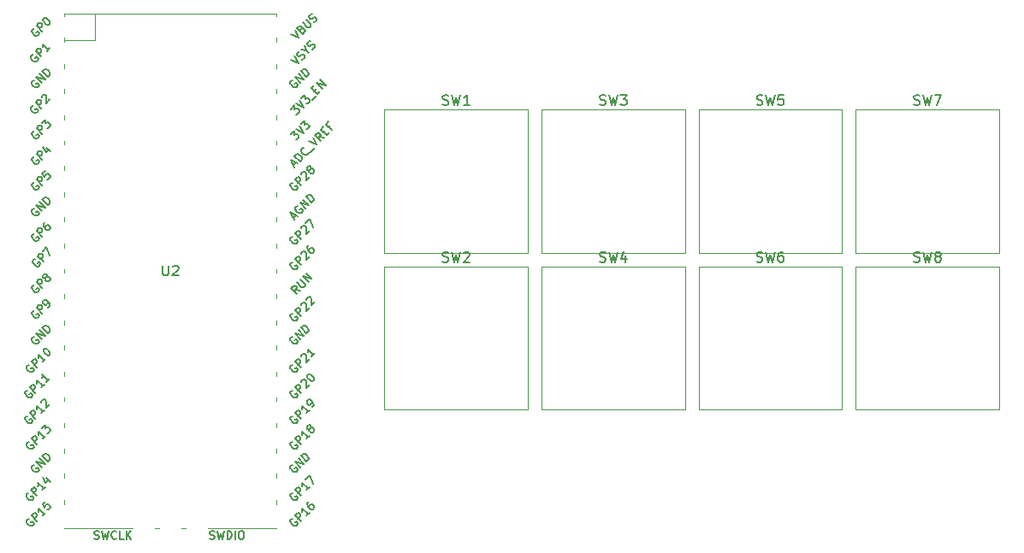
<source format=gbr>
%TF.GenerationSoftware,KiCad,Pcbnew,7.0.6*%
%TF.CreationDate,2023-07-15T16:08:07+01:00*%
%TF.ProjectId,Pico-Powered Keyboard,5069636f-2d50-46f7-9765-726564204b65,rev?*%
%TF.SameCoordinates,Original*%
%TF.FileFunction,Legend,Top*%
%TF.FilePolarity,Positive*%
%FSLAX46Y46*%
G04 Gerber Fmt 4.6, Leading zero omitted, Abs format (unit mm)*
G04 Created by KiCad (PCBNEW 7.0.6) date 2023-07-15 16:08:07*
%MOMM*%
%LPD*%
G01*
G04 APERTURE LIST*
%ADD10C,0.150000*%
%ADD11C,0.120000*%
G04 APERTURE END LIST*
D10*
X86868095Y-61684819D02*
X86868095Y-62494342D01*
X86868095Y-62494342D02*
X86915714Y-62589580D01*
X86915714Y-62589580D02*
X86963333Y-62637200D01*
X86963333Y-62637200D02*
X87058571Y-62684819D01*
X87058571Y-62684819D02*
X87249047Y-62684819D01*
X87249047Y-62684819D02*
X87344285Y-62637200D01*
X87344285Y-62637200D02*
X87391904Y-62589580D01*
X87391904Y-62589580D02*
X87439523Y-62494342D01*
X87439523Y-62494342D02*
X87439523Y-61684819D01*
X87868095Y-61780057D02*
X87915714Y-61732438D01*
X87915714Y-61732438D02*
X88010952Y-61684819D01*
X88010952Y-61684819D02*
X88249047Y-61684819D01*
X88249047Y-61684819D02*
X88344285Y-61732438D01*
X88344285Y-61732438D02*
X88391904Y-61780057D01*
X88391904Y-61780057D02*
X88439523Y-61875295D01*
X88439523Y-61875295D02*
X88439523Y-61970533D01*
X88439523Y-61970533D02*
X88391904Y-62113390D01*
X88391904Y-62113390D02*
X87820476Y-62684819D01*
X87820476Y-62684819D02*
X88439523Y-62684819D01*
X73473998Y-74050868D02*
X73393185Y-74077805D01*
X73393185Y-74077805D02*
X73312373Y-74158618D01*
X73312373Y-74158618D02*
X73258498Y-74266367D01*
X73258498Y-74266367D02*
X73258498Y-74374117D01*
X73258498Y-74374117D02*
X73285436Y-74454929D01*
X73285436Y-74454929D02*
X73366248Y-74589616D01*
X73366248Y-74589616D02*
X73447060Y-74670428D01*
X73447060Y-74670428D02*
X73581747Y-74751241D01*
X73581747Y-74751241D02*
X73662560Y-74778178D01*
X73662560Y-74778178D02*
X73770309Y-74778178D01*
X73770309Y-74778178D02*
X73878059Y-74724303D01*
X73878059Y-74724303D02*
X73931934Y-74670428D01*
X73931934Y-74670428D02*
X73985808Y-74562679D01*
X73985808Y-74562679D02*
X73985808Y-74508804D01*
X73985808Y-74508804D02*
X73797247Y-74320242D01*
X73797247Y-74320242D02*
X73689497Y-74427992D01*
X74282120Y-74320242D02*
X73716434Y-73754557D01*
X73716434Y-73754557D02*
X73931934Y-73539057D01*
X73931934Y-73539057D02*
X74012746Y-73512120D01*
X74012746Y-73512120D02*
X74066621Y-73512120D01*
X74066621Y-73512120D02*
X74147433Y-73539057D01*
X74147433Y-73539057D02*
X74228245Y-73619870D01*
X74228245Y-73619870D02*
X74255182Y-73700682D01*
X74255182Y-73700682D02*
X74255182Y-73754557D01*
X74255182Y-73754557D02*
X74228245Y-73835369D01*
X74228245Y-73835369D02*
X74012746Y-74050868D01*
X75144117Y-73458245D02*
X74820868Y-73781494D01*
X74982492Y-73619870D02*
X74416807Y-73054184D01*
X74416807Y-73054184D02*
X74443744Y-73188871D01*
X74443744Y-73188871D02*
X74443744Y-73296621D01*
X74443744Y-73296621D02*
X74416807Y-73377433D01*
X75682865Y-72919497D02*
X75359616Y-73242746D01*
X75521240Y-73081121D02*
X74955555Y-72515436D01*
X74955555Y-72515436D02*
X74982492Y-72650123D01*
X74982492Y-72650123D02*
X74982492Y-72757873D01*
X74982492Y-72757873D02*
X74955555Y-72838685D01*
X99781873Y-56971240D02*
X100051247Y-56701866D01*
X99889623Y-57186739D02*
X99512499Y-56432492D01*
X99512499Y-56432492D02*
X100266746Y-56809615D01*
X100212871Y-55785994D02*
X100132059Y-55812932D01*
X100132059Y-55812932D02*
X100051247Y-55893744D01*
X100051247Y-55893744D02*
X99997372Y-56001494D01*
X99997372Y-56001494D02*
X99997372Y-56109243D01*
X99997372Y-56109243D02*
X100024310Y-56190055D01*
X100024310Y-56190055D02*
X100105122Y-56324742D01*
X100105122Y-56324742D02*
X100185934Y-56405555D01*
X100185934Y-56405555D02*
X100320621Y-56486367D01*
X100320621Y-56486367D02*
X100401433Y-56513304D01*
X100401433Y-56513304D02*
X100509183Y-56513304D01*
X100509183Y-56513304D02*
X100616932Y-56459429D01*
X100616932Y-56459429D02*
X100670807Y-56405555D01*
X100670807Y-56405555D02*
X100724682Y-56297805D01*
X100724682Y-56297805D02*
X100724682Y-56243930D01*
X100724682Y-56243930D02*
X100536120Y-56055368D01*
X100536120Y-56055368D02*
X100428371Y-56163118D01*
X101020993Y-56055368D02*
X100455308Y-55489683D01*
X100455308Y-55489683D02*
X101344242Y-55732120D01*
X101344242Y-55732120D02*
X100778557Y-55166434D01*
X101613616Y-55462746D02*
X101047931Y-54897060D01*
X101047931Y-54897060D02*
X101182618Y-54762373D01*
X101182618Y-54762373D02*
X101290367Y-54708498D01*
X101290367Y-54708498D02*
X101398117Y-54708498D01*
X101398117Y-54708498D02*
X101478929Y-54735436D01*
X101478929Y-54735436D02*
X101613616Y-54816248D01*
X101613616Y-54816248D02*
X101694428Y-54897060D01*
X101694428Y-54897060D02*
X101775241Y-55031747D01*
X101775241Y-55031747D02*
X101802178Y-55112560D01*
X101802178Y-55112560D02*
X101802178Y-55220309D01*
X101802178Y-55220309D02*
X101748303Y-55328059D01*
X101748303Y-55328059D02*
X101613616Y-55462746D01*
X99716435Y-81428431D02*
X99635623Y-81455368D01*
X99635623Y-81455368D02*
X99554811Y-81536180D01*
X99554811Y-81536180D02*
X99500936Y-81643930D01*
X99500936Y-81643930D02*
X99500936Y-81751680D01*
X99500936Y-81751680D02*
X99527873Y-81832492D01*
X99527873Y-81832492D02*
X99608685Y-81967179D01*
X99608685Y-81967179D02*
X99689498Y-82047991D01*
X99689498Y-82047991D02*
X99824185Y-82128803D01*
X99824185Y-82128803D02*
X99904997Y-82155741D01*
X99904997Y-82155741D02*
X100012746Y-82155741D01*
X100012746Y-82155741D02*
X100120496Y-82101866D01*
X100120496Y-82101866D02*
X100174371Y-82047991D01*
X100174371Y-82047991D02*
X100228246Y-81940241D01*
X100228246Y-81940241D02*
X100228246Y-81886367D01*
X100228246Y-81886367D02*
X100039684Y-81697805D01*
X100039684Y-81697805D02*
X99931934Y-81805554D01*
X100524557Y-81697805D02*
X99958872Y-81132119D01*
X99958872Y-81132119D02*
X100847806Y-81374556D01*
X100847806Y-81374556D02*
X100282120Y-80808871D01*
X101117180Y-81105182D02*
X100551494Y-80539497D01*
X100551494Y-80539497D02*
X100686181Y-80404810D01*
X100686181Y-80404810D02*
X100793931Y-80350935D01*
X100793931Y-80350935D02*
X100901680Y-80350935D01*
X100901680Y-80350935D02*
X100982493Y-80377872D01*
X100982493Y-80377872D02*
X101117180Y-80458685D01*
X101117180Y-80458685D02*
X101197992Y-80539497D01*
X101197992Y-80539497D02*
X101278804Y-80674184D01*
X101278804Y-80674184D02*
X101305741Y-80754996D01*
X101305741Y-80754996D02*
X101305741Y-80862746D01*
X101305741Y-80862746D02*
X101251867Y-80970495D01*
X101251867Y-80970495D02*
X101117180Y-81105182D01*
X99583406Y-38757585D02*
X100337653Y-39134709D01*
X100337653Y-39134709D02*
X99960529Y-38380462D01*
X100607027Y-38272712D02*
X100714776Y-38218838D01*
X100714776Y-38218838D02*
X100768651Y-38218838D01*
X100768651Y-38218838D02*
X100849463Y-38245775D01*
X100849463Y-38245775D02*
X100930276Y-38326587D01*
X100930276Y-38326587D02*
X100957213Y-38407399D01*
X100957213Y-38407399D02*
X100957213Y-38461274D01*
X100957213Y-38461274D02*
X100930276Y-38542086D01*
X100930276Y-38542086D02*
X100714776Y-38757586D01*
X100714776Y-38757586D02*
X100149091Y-38191900D01*
X100149091Y-38191900D02*
X100337653Y-38003338D01*
X100337653Y-38003338D02*
X100418465Y-37976401D01*
X100418465Y-37976401D02*
X100472340Y-37976401D01*
X100472340Y-37976401D02*
X100553152Y-38003338D01*
X100553152Y-38003338D02*
X100607027Y-38057213D01*
X100607027Y-38057213D02*
X100633964Y-38138025D01*
X100633964Y-38138025D02*
X100633964Y-38191900D01*
X100633964Y-38191900D02*
X100607027Y-38272712D01*
X100607027Y-38272712D02*
X100418465Y-38461274D01*
X100714776Y-37626215D02*
X101172712Y-38084151D01*
X101172712Y-38084151D02*
X101253524Y-38111088D01*
X101253524Y-38111088D02*
X101307399Y-38111088D01*
X101307399Y-38111088D02*
X101388211Y-38084151D01*
X101388211Y-38084151D02*
X101495961Y-37976401D01*
X101495961Y-37976401D02*
X101522898Y-37895589D01*
X101522898Y-37895589D02*
X101522898Y-37841714D01*
X101522898Y-37841714D02*
X101495961Y-37760902D01*
X101495961Y-37760902D02*
X101038025Y-37302966D01*
X101819210Y-37599277D02*
X101926959Y-37545403D01*
X101926959Y-37545403D02*
X102061646Y-37410716D01*
X102061646Y-37410716D02*
X102088584Y-37329903D01*
X102088584Y-37329903D02*
X102088584Y-37276029D01*
X102088584Y-37276029D02*
X102061646Y-37195216D01*
X102061646Y-37195216D02*
X102007771Y-37141342D01*
X102007771Y-37141342D02*
X101926959Y-37114404D01*
X101926959Y-37114404D02*
X101873084Y-37114404D01*
X101873084Y-37114404D02*
X101792272Y-37141342D01*
X101792272Y-37141342D02*
X101657585Y-37222154D01*
X101657585Y-37222154D02*
X101576773Y-37249091D01*
X101576773Y-37249091D02*
X101522898Y-37249091D01*
X101522898Y-37249091D02*
X101442086Y-37222154D01*
X101442086Y-37222154D02*
X101388211Y-37168279D01*
X101388211Y-37168279D02*
X101361274Y-37087467D01*
X101361274Y-37087467D02*
X101361274Y-37033592D01*
X101361274Y-37033592D02*
X101388211Y-36952780D01*
X101388211Y-36952780D02*
X101522898Y-36818093D01*
X101522898Y-36818093D02*
X101630648Y-36764218D01*
X99716435Y-43328431D02*
X99635623Y-43355368D01*
X99635623Y-43355368D02*
X99554811Y-43436180D01*
X99554811Y-43436180D02*
X99500936Y-43543930D01*
X99500936Y-43543930D02*
X99500936Y-43651680D01*
X99500936Y-43651680D02*
X99527873Y-43732492D01*
X99527873Y-43732492D02*
X99608685Y-43867179D01*
X99608685Y-43867179D02*
X99689498Y-43947991D01*
X99689498Y-43947991D02*
X99824185Y-44028803D01*
X99824185Y-44028803D02*
X99904997Y-44055741D01*
X99904997Y-44055741D02*
X100012746Y-44055741D01*
X100012746Y-44055741D02*
X100120496Y-44001866D01*
X100120496Y-44001866D02*
X100174371Y-43947991D01*
X100174371Y-43947991D02*
X100228246Y-43840241D01*
X100228246Y-43840241D02*
X100228246Y-43786367D01*
X100228246Y-43786367D02*
X100039684Y-43597805D01*
X100039684Y-43597805D02*
X99931934Y-43705554D01*
X100524557Y-43597805D02*
X99958872Y-43032119D01*
X99958872Y-43032119D02*
X100847806Y-43274556D01*
X100847806Y-43274556D02*
X100282120Y-42708871D01*
X101117180Y-43005182D02*
X100551494Y-42439497D01*
X100551494Y-42439497D02*
X100686181Y-42304810D01*
X100686181Y-42304810D02*
X100793931Y-42250935D01*
X100793931Y-42250935D02*
X100901680Y-42250935D01*
X100901680Y-42250935D02*
X100982493Y-42277872D01*
X100982493Y-42277872D02*
X101117180Y-42358685D01*
X101117180Y-42358685D02*
X101197992Y-42439497D01*
X101197992Y-42439497D02*
X101278804Y-42574184D01*
X101278804Y-42574184D02*
X101305741Y-42654996D01*
X101305741Y-42654996D02*
X101305741Y-42762746D01*
X101305741Y-42762746D02*
X101251867Y-42870495D01*
X101251867Y-42870495D02*
X101117180Y-43005182D01*
X73619998Y-79130868D02*
X73539185Y-79157805D01*
X73539185Y-79157805D02*
X73458373Y-79238618D01*
X73458373Y-79238618D02*
X73404498Y-79346367D01*
X73404498Y-79346367D02*
X73404498Y-79454117D01*
X73404498Y-79454117D02*
X73431436Y-79534929D01*
X73431436Y-79534929D02*
X73512248Y-79669616D01*
X73512248Y-79669616D02*
X73593060Y-79750428D01*
X73593060Y-79750428D02*
X73727747Y-79831241D01*
X73727747Y-79831241D02*
X73808560Y-79858178D01*
X73808560Y-79858178D02*
X73916309Y-79858178D01*
X73916309Y-79858178D02*
X74024059Y-79804303D01*
X74024059Y-79804303D02*
X74077934Y-79750428D01*
X74077934Y-79750428D02*
X74131808Y-79642679D01*
X74131808Y-79642679D02*
X74131808Y-79588804D01*
X74131808Y-79588804D02*
X73943247Y-79400242D01*
X73943247Y-79400242D02*
X73835497Y-79507992D01*
X74428120Y-79400242D02*
X73862434Y-78834557D01*
X73862434Y-78834557D02*
X74077934Y-78619057D01*
X74077934Y-78619057D02*
X74158746Y-78592120D01*
X74158746Y-78592120D02*
X74212621Y-78592120D01*
X74212621Y-78592120D02*
X74293433Y-78619057D01*
X74293433Y-78619057D02*
X74374245Y-78699870D01*
X74374245Y-78699870D02*
X74401182Y-78780682D01*
X74401182Y-78780682D02*
X74401182Y-78834557D01*
X74401182Y-78834557D02*
X74374245Y-78915369D01*
X74374245Y-78915369D02*
X74158746Y-79130868D01*
X75290117Y-78538245D02*
X74966868Y-78861494D01*
X75128492Y-78699870D02*
X74562807Y-78134184D01*
X74562807Y-78134184D02*
X74589744Y-78268871D01*
X74589744Y-78268871D02*
X74589744Y-78376621D01*
X74589744Y-78376621D02*
X74562807Y-78457433D01*
X74912993Y-77783998D02*
X75263179Y-77433812D01*
X75263179Y-77433812D02*
X75290117Y-77837873D01*
X75290117Y-77837873D02*
X75370929Y-77757060D01*
X75370929Y-77757060D02*
X75451741Y-77730123D01*
X75451741Y-77730123D02*
X75505616Y-77730123D01*
X75505616Y-77730123D02*
X75586428Y-77757060D01*
X75586428Y-77757060D02*
X75721115Y-77891747D01*
X75721115Y-77891747D02*
X75748053Y-77972560D01*
X75748053Y-77972560D02*
X75748053Y-78026434D01*
X75748053Y-78026434D02*
X75721115Y-78107247D01*
X75721115Y-78107247D02*
X75559491Y-78268871D01*
X75559491Y-78268871D02*
X75478679Y-78295808D01*
X75478679Y-78295808D02*
X75424804Y-78295808D01*
X99785064Y-51764049D02*
X100054438Y-51494675D01*
X99892813Y-51979549D02*
X99515690Y-51225301D01*
X99515690Y-51225301D02*
X100269937Y-51602425D01*
X100458499Y-51413863D02*
X99892813Y-50848178D01*
X99892813Y-50848178D02*
X100027500Y-50713491D01*
X100027500Y-50713491D02*
X100135250Y-50659616D01*
X100135250Y-50659616D02*
X100242999Y-50659616D01*
X100242999Y-50659616D02*
X100323812Y-50686553D01*
X100323812Y-50686553D02*
X100458499Y-50767366D01*
X100458499Y-50767366D02*
X100539311Y-50848178D01*
X100539311Y-50848178D02*
X100620123Y-50982865D01*
X100620123Y-50982865D02*
X100647060Y-51063677D01*
X100647060Y-51063677D02*
X100647060Y-51171427D01*
X100647060Y-51171427D02*
X100593186Y-51279176D01*
X100593186Y-51279176D02*
X100458499Y-51413863D01*
X101293558Y-50471054D02*
X101293558Y-50524929D01*
X101293558Y-50524929D02*
X101239683Y-50632679D01*
X101239683Y-50632679D02*
X101185808Y-50686553D01*
X101185808Y-50686553D02*
X101078059Y-50740428D01*
X101078059Y-50740428D02*
X100970309Y-50740428D01*
X100970309Y-50740428D02*
X100889497Y-50713491D01*
X100889497Y-50713491D02*
X100754810Y-50632679D01*
X100754810Y-50632679D02*
X100673998Y-50551866D01*
X100673998Y-50551866D02*
X100593186Y-50417179D01*
X100593186Y-50417179D02*
X100566248Y-50336367D01*
X100566248Y-50336367D02*
X100566248Y-50228618D01*
X100566248Y-50228618D02*
X100620123Y-50120868D01*
X100620123Y-50120868D02*
X100673998Y-50066993D01*
X100673998Y-50066993D02*
X100781747Y-50013118D01*
X100781747Y-50013118D02*
X100835622Y-50013118D01*
X101509057Y-50471054D02*
X101940056Y-50040056D01*
X101374370Y-49366621D02*
X102128618Y-49743744D01*
X102128618Y-49743744D02*
X101751494Y-48989497D01*
X102828990Y-49043372D02*
X102371054Y-48962560D01*
X102505741Y-49366621D02*
X101940056Y-48800935D01*
X101940056Y-48800935D02*
X102155555Y-48585436D01*
X102155555Y-48585436D02*
X102236367Y-48558499D01*
X102236367Y-48558499D02*
X102290242Y-48558499D01*
X102290242Y-48558499D02*
X102371054Y-48585436D01*
X102371054Y-48585436D02*
X102451866Y-48666248D01*
X102451866Y-48666248D02*
X102478804Y-48747061D01*
X102478804Y-48747061D02*
X102478804Y-48800935D01*
X102478804Y-48800935D02*
X102451866Y-48881748D01*
X102451866Y-48881748D02*
X102236367Y-49097247D01*
X102775115Y-48504624D02*
X102963677Y-48316062D01*
X103340800Y-48531561D02*
X103071426Y-48800935D01*
X103071426Y-48800935D02*
X102505741Y-48235250D01*
X102505741Y-48235250D02*
X102775115Y-47965876D01*
X103475488Y-47804251D02*
X103286926Y-47992813D01*
X103583237Y-48289125D02*
X103017552Y-47723439D01*
X103017552Y-47723439D02*
X103286926Y-47454065D01*
X74143372Y-50921494D02*
X74062560Y-50948431D01*
X74062560Y-50948431D02*
X73981748Y-51029243D01*
X73981748Y-51029243D02*
X73927873Y-51136993D01*
X73927873Y-51136993D02*
X73927873Y-51244742D01*
X73927873Y-51244742D02*
X73954810Y-51325555D01*
X73954810Y-51325555D02*
X74035623Y-51460242D01*
X74035623Y-51460242D02*
X74116435Y-51541054D01*
X74116435Y-51541054D02*
X74251122Y-51621866D01*
X74251122Y-51621866D02*
X74331934Y-51648803D01*
X74331934Y-51648803D02*
X74439684Y-51648803D01*
X74439684Y-51648803D02*
X74547433Y-51594929D01*
X74547433Y-51594929D02*
X74601308Y-51541054D01*
X74601308Y-51541054D02*
X74655183Y-51433304D01*
X74655183Y-51433304D02*
X74655183Y-51379429D01*
X74655183Y-51379429D02*
X74466621Y-51190868D01*
X74466621Y-51190868D02*
X74358871Y-51298617D01*
X74951494Y-51190868D02*
X74385809Y-50625182D01*
X74385809Y-50625182D02*
X74601308Y-50409683D01*
X74601308Y-50409683D02*
X74682120Y-50382746D01*
X74682120Y-50382746D02*
X74735995Y-50382746D01*
X74735995Y-50382746D02*
X74816807Y-50409683D01*
X74816807Y-50409683D02*
X74897619Y-50490495D01*
X74897619Y-50490495D02*
X74924557Y-50571307D01*
X74924557Y-50571307D02*
X74924557Y-50625182D01*
X74924557Y-50625182D02*
X74897619Y-50705994D01*
X74897619Y-50705994D02*
X74682120Y-50921494D01*
X75382493Y-50005622D02*
X75759616Y-50382746D01*
X75032306Y-49924810D02*
X75301680Y-50463558D01*
X75301680Y-50463558D02*
X75651867Y-50113372D01*
X74243372Y-61051494D02*
X74162560Y-61078431D01*
X74162560Y-61078431D02*
X74081748Y-61159243D01*
X74081748Y-61159243D02*
X74027873Y-61266993D01*
X74027873Y-61266993D02*
X74027873Y-61374742D01*
X74027873Y-61374742D02*
X74054810Y-61455555D01*
X74054810Y-61455555D02*
X74135623Y-61590242D01*
X74135623Y-61590242D02*
X74216435Y-61671054D01*
X74216435Y-61671054D02*
X74351122Y-61751866D01*
X74351122Y-61751866D02*
X74431934Y-61778803D01*
X74431934Y-61778803D02*
X74539684Y-61778803D01*
X74539684Y-61778803D02*
X74647433Y-61724929D01*
X74647433Y-61724929D02*
X74701308Y-61671054D01*
X74701308Y-61671054D02*
X74755183Y-61563304D01*
X74755183Y-61563304D02*
X74755183Y-61509429D01*
X74755183Y-61509429D02*
X74566621Y-61320868D01*
X74566621Y-61320868D02*
X74458871Y-61428617D01*
X75051494Y-61320868D02*
X74485809Y-60755182D01*
X74485809Y-60755182D02*
X74701308Y-60539683D01*
X74701308Y-60539683D02*
X74782120Y-60512746D01*
X74782120Y-60512746D02*
X74835995Y-60512746D01*
X74835995Y-60512746D02*
X74916807Y-60539683D01*
X74916807Y-60539683D02*
X74997619Y-60620495D01*
X74997619Y-60620495D02*
X75024557Y-60701307D01*
X75024557Y-60701307D02*
X75024557Y-60755182D01*
X75024557Y-60755182D02*
X74997619Y-60835994D01*
X74997619Y-60835994D02*
X74782120Y-61051494D01*
X74997619Y-60243372D02*
X75374743Y-59866248D01*
X75374743Y-59866248D02*
X75697992Y-60674370D01*
X73619998Y-86750868D02*
X73539185Y-86777805D01*
X73539185Y-86777805D02*
X73458373Y-86858618D01*
X73458373Y-86858618D02*
X73404498Y-86966367D01*
X73404498Y-86966367D02*
X73404498Y-87074117D01*
X73404498Y-87074117D02*
X73431436Y-87154929D01*
X73431436Y-87154929D02*
X73512248Y-87289616D01*
X73512248Y-87289616D02*
X73593060Y-87370428D01*
X73593060Y-87370428D02*
X73727747Y-87451241D01*
X73727747Y-87451241D02*
X73808560Y-87478178D01*
X73808560Y-87478178D02*
X73916309Y-87478178D01*
X73916309Y-87478178D02*
X74024059Y-87424303D01*
X74024059Y-87424303D02*
X74077934Y-87370428D01*
X74077934Y-87370428D02*
X74131808Y-87262679D01*
X74131808Y-87262679D02*
X74131808Y-87208804D01*
X74131808Y-87208804D02*
X73943247Y-87020242D01*
X73943247Y-87020242D02*
X73835497Y-87127992D01*
X74428120Y-87020242D02*
X73862434Y-86454557D01*
X73862434Y-86454557D02*
X74077934Y-86239057D01*
X74077934Y-86239057D02*
X74158746Y-86212120D01*
X74158746Y-86212120D02*
X74212621Y-86212120D01*
X74212621Y-86212120D02*
X74293433Y-86239057D01*
X74293433Y-86239057D02*
X74374245Y-86319870D01*
X74374245Y-86319870D02*
X74401182Y-86400682D01*
X74401182Y-86400682D02*
X74401182Y-86454557D01*
X74401182Y-86454557D02*
X74374245Y-86535369D01*
X74374245Y-86535369D02*
X74158746Y-86750868D01*
X75290117Y-86158245D02*
X74966868Y-86481494D01*
X75128492Y-86319870D02*
X74562807Y-85754184D01*
X74562807Y-85754184D02*
X74589744Y-85888871D01*
X74589744Y-85888871D02*
X74589744Y-85996621D01*
X74589744Y-85996621D02*
X74562807Y-86077433D01*
X75236242Y-85080749D02*
X74966868Y-85350123D01*
X74966868Y-85350123D02*
X75209305Y-85646434D01*
X75209305Y-85646434D02*
X75209305Y-85592560D01*
X75209305Y-85592560D02*
X75236242Y-85511747D01*
X75236242Y-85511747D02*
X75370929Y-85377060D01*
X75370929Y-85377060D02*
X75451741Y-85350123D01*
X75451741Y-85350123D02*
X75505616Y-85350123D01*
X75505616Y-85350123D02*
X75586428Y-85377060D01*
X75586428Y-85377060D02*
X75721115Y-85511747D01*
X75721115Y-85511747D02*
X75748053Y-85592560D01*
X75748053Y-85592560D02*
X75748053Y-85646434D01*
X75748053Y-85646434D02*
X75721115Y-85727247D01*
X75721115Y-85727247D02*
X75586428Y-85861934D01*
X75586428Y-85861934D02*
X75505616Y-85888871D01*
X75505616Y-85888871D02*
X75451741Y-85888871D01*
X99727998Y-84210868D02*
X99647185Y-84237805D01*
X99647185Y-84237805D02*
X99566373Y-84318618D01*
X99566373Y-84318618D02*
X99512498Y-84426367D01*
X99512498Y-84426367D02*
X99512498Y-84534117D01*
X99512498Y-84534117D02*
X99539436Y-84614929D01*
X99539436Y-84614929D02*
X99620248Y-84749616D01*
X99620248Y-84749616D02*
X99701060Y-84830428D01*
X99701060Y-84830428D02*
X99835747Y-84911241D01*
X99835747Y-84911241D02*
X99916560Y-84938178D01*
X99916560Y-84938178D02*
X100024309Y-84938178D01*
X100024309Y-84938178D02*
X100132059Y-84884303D01*
X100132059Y-84884303D02*
X100185934Y-84830428D01*
X100185934Y-84830428D02*
X100239808Y-84722679D01*
X100239808Y-84722679D02*
X100239808Y-84668804D01*
X100239808Y-84668804D02*
X100051247Y-84480242D01*
X100051247Y-84480242D02*
X99943497Y-84587992D01*
X100536120Y-84480242D02*
X99970434Y-83914557D01*
X99970434Y-83914557D02*
X100185934Y-83699057D01*
X100185934Y-83699057D02*
X100266746Y-83672120D01*
X100266746Y-83672120D02*
X100320621Y-83672120D01*
X100320621Y-83672120D02*
X100401433Y-83699057D01*
X100401433Y-83699057D02*
X100482245Y-83779870D01*
X100482245Y-83779870D02*
X100509182Y-83860682D01*
X100509182Y-83860682D02*
X100509182Y-83914557D01*
X100509182Y-83914557D02*
X100482245Y-83995369D01*
X100482245Y-83995369D02*
X100266746Y-84210868D01*
X101398117Y-83618245D02*
X101074868Y-83941494D01*
X101236492Y-83779870D02*
X100670807Y-83214184D01*
X100670807Y-83214184D02*
X100697744Y-83348871D01*
X100697744Y-83348871D02*
X100697744Y-83456621D01*
X100697744Y-83456621D02*
X100670807Y-83537433D01*
X101020993Y-82863998D02*
X101398117Y-82486874D01*
X101398117Y-82486874D02*
X101721366Y-83294996D01*
X99727998Y-61350868D02*
X99647185Y-61377805D01*
X99647185Y-61377805D02*
X99566373Y-61458618D01*
X99566373Y-61458618D02*
X99512498Y-61566367D01*
X99512498Y-61566367D02*
X99512498Y-61674117D01*
X99512498Y-61674117D02*
X99539436Y-61754929D01*
X99539436Y-61754929D02*
X99620248Y-61889616D01*
X99620248Y-61889616D02*
X99701060Y-61970428D01*
X99701060Y-61970428D02*
X99835747Y-62051241D01*
X99835747Y-62051241D02*
X99916560Y-62078178D01*
X99916560Y-62078178D02*
X100024309Y-62078178D01*
X100024309Y-62078178D02*
X100132059Y-62024303D01*
X100132059Y-62024303D02*
X100185934Y-61970428D01*
X100185934Y-61970428D02*
X100239808Y-61862679D01*
X100239808Y-61862679D02*
X100239808Y-61808804D01*
X100239808Y-61808804D02*
X100051247Y-61620242D01*
X100051247Y-61620242D02*
X99943497Y-61727992D01*
X100536120Y-61620242D02*
X99970434Y-61054557D01*
X99970434Y-61054557D02*
X100185934Y-60839057D01*
X100185934Y-60839057D02*
X100266746Y-60812120D01*
X100266746Y-60812120D02*
X100320621Y-60812120D01*
X100320621Y-60812120D02*
X100401433Y-60839057D01*
X100401433Y-60839057D02*
X100482245Y-60919870D01*
X100482245Y-60919870D02*
X100509182Y-61000682D01*
X100509182Y-61000682D02*
X100509182Y-61054557D01*
X100509182Y-61054557D02*
X100482245Y-61135369D01*
X100482245Y-61135369D02*
X100266746Y-61350868D01*
X100563057Y-60569683D02*
X100563057Y-60515809D01*
X100563057Y-60515809D02*
X100589995Y-60434996D01*
X100589995Y-60434996D02*
X100724682Y-60300309D01*
X100724682Y-60300309D02*
X100805494Y-60273372D01*
X100805494Y-60273372D02*
X100859369Y-60273372D01*
X100859369Y-60273372D02*
X100940181Y-60300309D01*
X100940181Y-60300309D02*
X100994056Y-60354184D01*
X100994056Y-60354184D02*
X101047930Y-60461934D01*
X101047930Y-60461934D02*
X101047930Y-61108431D01*
X101047930Y-61108431D02*
X101398117Y-60758245D01*
X101317305Y-59707686D02*
X101209555Y-59815436D01*
X101209555Y-59815436D02*
X101182618Y-59896248D01*
X101182618Y-59896248D02*
X101182618Y-59950123D01*
X101182618Y-59950123D02*
X101209555Y-60084810D01*
X101209555Y-60084810D02*
X101290367Y-60219497D01*
X101290367Y-60219497D02*
X101505866Y-60434996D01*
X101505866Y-60434996D02*
X101586679Y-60461934D01*
X101586679Y-60461934D02*
X101640553Y-60461934D01*
X101640553Y-60461934D02*
X101721366Y-60434996D01*
X101721366Y-60434996D02*
X101829115Y-60327247D01*
X101829115Y-60327247D02*
X101856053Y-60246434D01*
X101856053Y-60246434D02*
X101856053Y-60192560D01*
X101856053Y-60192560D02*
X101829115Y-60111747D01*
X101829115Y-60111747D02*
X101694428Y-59977060D01*
X101694428Y-59977060D02*
X101613616Y-59950123D01*
X101613616Y-59950123D02*
X101559741Y-59950123D01*
X101559741Y-59950123D02*
X101478929Y-59977060D01*
X101478929Y-59977060D02*
X101371179Y-60084810D01*
X101371179Y-60084810D02*
X101344242Y-60165622D01*
X101344242Y-60165622D02*
X101344242Y-60219497D01*
X101344242Y-60219497D02*
X101371179Y-60300309D01*
X80120475Y-88754200D02*
X80234761Y-88792295D01*
X80234761Y-88792295D02*
X80425237Y-88792295D01*
X80425237Y-88792295D02*
X80501428Y-88754200D01*
X80501428Y-88754200D02*
X80539523Y-88716104D01*
X80539523Y-88716104D02*
X80577618Y-88639914D01*
X80577618Y-88639914D02*
X80577618Y-88563723D01*
X80577618Y-88563723D02*
X80539523Y-88487533D01*
X80539523Y-88487533D02*
X80501428Y-88449438D01*
X80501428Y-88449438D02*
X80425237Y-88411342D01*
X80425237Y-88411342D02*
X80272856Y-88373247D01*
X80272856Y-88373247D02*
X80196666Y-88335152D01*
X80196666Y-88335152D02*
X80158571Y-88297057D01*
X80158571Y-88297057D02*
X80120475Y-88220866D01*
X80120475Y-88220866D02*
X80120475Y-88144676D01*
X80120475Y-88144676D02*
X80158571Y-88068485D01*
X80158571Y-88068485D02*
X80196666Y-88030390D01*
X80196666Y-88030390D02*
X80272856Y-87992295D01*
X80272856Y-87992295D02*
X80463333Y-87992295D01*
X80463333Y-87992295D02*
X80577618Y-88030390D01*
X80844285Y-87992295D02*
X81034761Y-88792295D01*
X81034761Y-88792295D02*
X81187142Y-88220866D01*
X81187142Y-88220866D02*
X81339523Y-88792295D01*
X81339523Y-88792295D02*
X81530000Y-87992295D01*
X82291905Y-88716104D02*
X82253809Y-88754200D01*
X82253809Y-88754200D02*
X82139524Y-88792295D01*
X82139524Y-88792295D02*
X82063333Y-88792295D01*
X82063333Y-88792295D02*
X81949047Y-88754200D01*
X81949047Y-88754200D02*
X81872857Y-88678009D01*
X81872857Y-88678009D02*
X81834762Y-88601819D01*
X81834762Y-88601819D02*
X81796666Y-88449438D01*
X81796666Y-88449438D02*
X81796666Y-88335152D01*
X81796666Y-88335152D02*
X81834762Y-88182771D01*
X81834762Y-88182771D02*
X81872857Y-88106580D01*
X81872857Y-88106580D02*
X81949047Y-88030390D01*
X81949047Y-88030390D02*
X82063333Y-87992295D01*
X82063333Y-87992295D02*
X82139524Y-87992295D01*
X82139524Y-87992295D02*
X82253809Y-88030390D01*
X82253809Y-88030390D02*
X82291905Y-88068485D01*
X83015714Y-88792295D02*
X82634762Y-88792295D01*
X82634762Y-88792295D02*
X82634762Y-87992295D01*
X83282381Y-88792295D02*
X83282381Y-87992295D01*
X83739524Y-88792295D02*
X83396666Y-88335152D01*
X83739524Y-87992295D02*
X83282381Y-88449438D01*
X99552407Y-46188584D02*
X99902593Y-45838398D01*
X99902593Y-45838398D02*
X99929531Y-46242459D01*
X99929531Y-46242459D02*
X100010343Y-46161646D01*
X100010343Y-46161646D02*
X100091155Y-46134709D01*
X100091155Y-46134709D02*
X100145030Y-46134709D01*
X100145030Y-46134709D02*
X100225842Y-46161646D01*
X100225842Y-46161646D02*
X100360529Y-46296333D01*
X100360529Y-46296333D02*
X100387467Y-46377146D01*
X100387467Y-46377146D02*
X100387467Y-46431020D01*
X100387467Y-46431020D02*
X100360529Y-46511833D01*
X100360529Y-46511833D02*
X100198905Y-46673457D01*
X100198905Y-46673457D02*
X100118093Y-46700394D01*
X100118093Y-46700394D02*
X100064218Y-46700394D01*
X100064218Y-45676773D02*
X100818465Y-46053897D01*
X100818465Y-46053897D02*
X100441342Y-45299649D01*
X100576028Y-45164963D02*
X100926215Y-44814776D01*
X100926215Y-44814776D02*
X100953152Y-45218837D01*
X100953152Y-45218837D02*
X101033964Y-45138025D01*
X101033964Y-45138025D02*
X101114776Y-45111088D01*
X101114776Y-45111088D02*
X101168651Y-45111088D01*
X101168651Y-45111088D02*
X101249464Y-45138025D01*
X101249464Y-45138025D02*
X101384151Y-45272712D01*
X101384151Y-45272712D02*
X101411088Y-45353524D01*
X101411088Y-45353524D02*
X101411088Y-45407399D01*
X101411088Y-45407399D02*
X101384151Y-45488211D01*
X101384151Y-45488211D02*
X101222526Y-45649836D01*
X101222526Y-45649836D02*
X101141714Y-45676773D01*
X101141714Y-45676773D02*
X101087839Y-45676773D01*
X101653525Y-45326587D02*
X102084523Y-44895588D01*
X101869024Y-44410715D02*
X102057586Y-44222153D01*
X102434709Y-44437652D02*
X102165335Y-44707026D01*
X102165335Y-44707026D02*
X101599650Y-44141341D01*
X101599650Y-44141341D02*
X101869024Y-43871967D01*
X102677146Y-44195215D02*
X102111461Y-43629530D01*
X102111461Y-43629530D02*
X103000395Y-43871967D01*
X103000395Y-43871967D02*
X102434710Y-43306281D01*
X99520123Y-48720868D02*
X99870309Y-48370682D01*
X99870309Y-48370682D02*
X99897247Y-48774743D01*
X99897247Y-48774743D02*
X99978059Y-48693931D01*
X99978059Y-48693931D02*
X100058871Y-48666993D01*
X100058871Y-48666993D02*
X100112746Y-48666993D01*
X100112746Y-48666993D02*
X100193558Y-48693931D01*
X100193558Y-48693931D02*
X100328245Y-48828618D01*
X100328245Y-48828618D02*
X100355182Y-48909430D01*
X100355182Y-48909430D02*
X100355182Y-48963305D01*
X100355182Y-48963305D02*
X100328245Y-49044117D01*
X100328245Y-49044117D02*
X100166621Y-49205741D01*
X100166621Y-49205741D02*
X100085808Y-49232679D01*
X100085808Y-49232679D02*
X100031934Y-49232679D01*
X100031934Y-48209057D02*
X100786181Y-48586181D01*
X100786181Y-48586181D02*
X100409057Y-47831934D01*
X100543744Y-47697247D02*
X100893930Y-47347061D01*
X100893930Y-47347061D02*
X100920868Y-47751122D01*
X100920868Y-47751122D02*
X101001680Y-47670309D01*
X101001680Y-47670309D02*
X101082492Y-47643372D01*
X101082492Y-47643372D02*
X101136367Y-47643372D01*
X101136367Y-47643372D02*
X101217179Y-47670309D01*
X101217179Y-47670309D02*
X101351866Y-47804996D01*
X101351866Y-47804996D02*
X101378804Y-47885809D01*
X101378804Y-47885809D02*
X101378804Y-47939683D01*
X101378804Y-47939683D02*
X101351866Y-48020496D01*
X101351866Y-48020496D02*
X101190242Y-48182120D01*
X101190242Y-48182120D02*
X101109430Y-48209057D01*
X101109430Y-48209057D02*
X101055555Y-48209057D01*
X74143372Y-63621494D02*
X74062560Y-63648431D01*
X74062560Y-63648431D02*
X73981748Y-63729243D01*
X73981748Y-63729243D02*
X73927873Y-63836993D01*
X73927873Y-63836993D02*
X73927873Y-63944742D01*
X73927873Y-63944742D02*
X73954810Y-64025555D01*
X73954810Y-64025555D02*
X74035623Y-64160242D01*
X74035623Y-64160242D02*
X74116435Y-64241054D01*
X74116435Y-64241054D02*
X74251122Y-64321866D01*
X74251122Y-64321866D02*
X74331934Y-64348803D01*
X74331934Y-64348803D02*
X74439684Y-64348803D01*
X74439684Y-64348803D02*
X74547433Y-64294929D01*
X74547433Y-64294929D02*
X74601308Y-64241054D01*
X74601308Y-64241054D02*
X74655183Y-64133304D01*
X74655183Y-64133304D02*
X74655183Y-64079429D01*
X74655183Y-64079429D02*
X74466621Y-63890868D01*
X74466621Y-63890868D02*
X74358871Y-63998617D01*
X74951494Y-63890868D02*
X74385809Y-63325182D01*
X74385809Y-63325182D02*
X74601308Y-63109683D01*
X74601308Y-63109683D02*
X74682120Y-63082746D01*
X74682120Y-63082746D02*
X74735995Y-63082746D01*
X74735995Y-63082746D02*
X74816807Y-63109683D01*
X74816807Y-63109683D02*
X74897619Y-63190495D01*
X74897619Y-63190495D02*
X74924557Y-63271307D01*
X74924557Y-63271307D02*
X74924557Y-63325182D01*
X74924557Y-63325182D02*
X74897619Y-63405994D01*
X74897619Y-63405994D02*
X74682120Y-63621494D01*
X75274743Y-62921121D02*
X75193931Y-62948059D01*
X75193931Y-62948059D02*
X75140056Y-62948059D01*
X75140056Y-62948059D02*
X75059244Y-62921121D01*
X75059244Y-62921121D02*
X75032306Y-62894184D01*
X75032306Y-62894184D02*
X75005369Y-62813372D01*
X75005369Y-62813372D02*
X75005369Y-62759497D01*
X75005369Y-62759497D02*
X75032306Y-62678685D01*
X75032306Y-62678685D02*
X75140056Y-62570935D01*
X75140056Y-62570935D02*
X75220868Y-62543998D01*
X75220868Y-62543998D02*
X75274743Y-62543998D01*
X75274743Y-62543998D02*
X75355555Y-62570935D01*
X75355555Y-62570935D02*
X75382493Y-62597872D01*
X75382493Y-62597872D02*
X75409430Y-62678685D01*
X75409430Y-62678685D02*
X75409430Y-62732559D01*
X75409430Y-62732559D02*
X75382493Y-62813372D01*
X75382493Y-62813372D02*
X75274743Y-62921121D01*
X75274743Y-62921121D02*
X75247806Y-63001933D01*
X75247806Y-63001933D02*
X75247806Y-63055808D01*
X75247806Y-63055808D02*
X75274743Y-63136620D01*
X75274743Y-63136620D02*
X75382493Y-63244370D01*
X75382493Y-63244370D02*
X75463305Y-63271307D01*
X75463305Y-63271307D02*
X75517180Y-63271307D01*
X75517180Y-63271307D02*
X75597992Y-63244370D01*
X75597992Y-63244370D02*
X75705741Y-63136620D01*
X75705741Y-63136620D02*
X75732679Y-63055808D01*
X75732679Y-63055808D02*
X75732679Y-63001933D01*
X75732679Y-63001933D02*
X75705741Y-62921121D01*
X75705741Y-62921121D02*
X75597992Y-62813372D01*
X75597992Y-62813372D02*
X75517180Y-62786434D01*
X75517180Y-62786434D02*
X75463305Y-62786434D01*
X75463305Y-62786434D02*
X75382493Y-62813372D01*
X99727998Y-86750868D02*
X99647185Y-86777805D01*
X99647185Y-86777805D02*
X99566373Y-86858618D01*
X99566373Y-86858618D02*
X99512498Y-86966367D01*
X99512498Y-86966367D02*
X99512498Y-87074117D01*
X99512498Y-87074117D02*
X99539436Y-87154929D01*
X99539436Y-87154929D02*
X99620248Y-87289616D01*
X99620248Y-87289616D02*
X99701060Y-87370428D01*
X99701060Y-87370428D02*
X99835747Y-87451241D01*
X99835747Y-87451241D02*
X99916560Y-87478178D01*
X99916560Y-87478178D02*
X100024309Y-87478178D01*
X100024309Y-87478178D02*
X100132059Y-87424303D01*
X100132059Y-87424303D02*
X100185934Y-87370428D01*
X100185934Y-87370428D02*
X100239808Y-87262679D01*
X100239808Y-87262679D02*
X100239808Y-87208804D01*
X100239808Y-87208804D02*
X100051247Y-87020242D01*
X100051247Y-87020242D02*
X99943497Y-87127992D01*
X100536120Y-87020242D02*
X99970434Y-86454557D01*
X99970434Y-86454557D02*
X100185934Y-86239057D01*
X100185934Y-86239057D02*
X100266746Y-86212120D01*
X100266746Y-86212120D02*
X100320621Y-86212120D01*
X100320621Y-86212120D02*
X100401433Y-86239057D01*
X100401433Y-86239057D02*
X100482245Y-86319870D01*
X100482245Y-86319870D02*
X100509182Y-86400682D01*
X100509182Y-86400682D02*
X100509182Y-86454557D01*
X100509182Y-86454557D02*
X100482245Y-86535369D01*
X100482245Y-86535369D02*
X100266746Y-86750868D01*
X101398117Y-86158245D02*
X101074868Y-86481494D01*
X101236492Y-86319870D02*
X100670807Y-85754184D01*
X100670807Y-85754184D02*
X100697744Y-85888871D01*
X100697744Y-85888871D02*
X100697744Y-85996621D01*
X100697744Y-85996621D02*
X100670807Y-86077433D01*
X101317305Y-85107686D02*
X101209555Y-85215436D01*
X101209555Y-85215436D02*
X101182618Y-85296248D01*
X101182618Y-85296248D02*
X101182618Y-85350123D01*
X101182618Y-85350123D02*
X101209555Y-85484810D01*
X101209555Y-85484810D02*
X101290367Y-85619497D01*
X101290367Y-85619497D02*
X101505866Y-85834996D01*
X101505866Y-85834996D02*
X101586679Y-85861934D01*
X101586679Y-85861934D02*
X101640553Y-85861934D01*
X101640553Y-85861934D02*
X101721366Y-85834996D01*
X101721366Y-85834996D02*
X101829115Y-85727247D01*
X101829115Y-85727247D02*
X101856053Y-85646434D01*
X101856053Y-85646434D02*
X101856053Y-85592560D01*
X101856053Y-85592560D02*
X101829115Y-85511747D01*
X101829115Y-85511747D02*
X101694428Y-85377060D01*
X101694428Y-85377060D02*
X101613616Y-85350123D01*
X101613616Y-85350123D02*
X101559741Y-85350123D01*
X101559741Y-85350123D02*
X101478929Y-85377060D01*
X101478929Y-85377060D02*
X101371179Y-85484810D01*
X101371179Y-85484810D02*
X101344242Y-85565622D01*
X101344242Y-85565622D02*
X101344242Y-85619497D01*
X101344242Y-85619497D02*
X101371179Y-85700309D01*
X99716435Y-68728431D02*
X99635623Y-68755368D01*
X99635623Y-68755368D02*
X99554811Y-68836180D01*
X99554811Y-68836180D02*
X99500936Y-68943930D01*
X99500936Y-68943930D02*
X99500936Y-69051680D01*
X99500936Y-69051680D02*
X99527873Y-69132492D01*
X99527873Y-69132492D02*
X99608685Y-69267179D01*
X99608685Y-69267179D02*
X99689498Y-69347991D01*
X99689498Y-69347991D02*
X99824185Y-69428803D01*
X99824185Y-69428803D02*
X99904997Y-69455741D01*
X99904997Y-69455741D02*
X100012746Y-69455741D01*
X100012746Y-69455741D02*
X100120496Y-69401866D01*
X100120496Y-69401866D02*
X100174371Y-69347991D01*
X100174371Y-69347991D02*
X100228246Y-69240241D01*
X100228246Y-69240241D02*
X100228246Y-69186367D01*
X100228246Y-69186367D02*
X100039684Y-68997805D01*
X100039684Y-68997805D02*
X99931934Y-69105554D01*
X100524557Y-68997805D02*
X99958872Y-68432119D01*
X99958872Y-68432119D02*
X100847806Y-68674556D01*
X100847806Y-68674556D02*
X100282120Y-68108871D01*
X101117180Y-68405182D02*
X100551494Y-67839497D01*
X100551494Y-67839497D02*
X100686181Y-67704810D01*
X100686181Y-67704810D02*
X100793931Y-67650935D01*
X100793931Y-67650935D02*
X100901680Y-67650935D01*
X100901680Y-67650935D02*
X100982493Y-67677872D01*
X100982493Y-67677872D02*
X101117180Y-67758685D01*
X101117180Y-67758685D02*
X101197992Y-67839497D01*
X101197992Y-67839497D02*
X101278804Y-67974184D01*
X101278804Y-67974184D02*
X101305741Y-68054996D01*
X101305741Y-68054996D02*
X101305741Y-68162746D01*
X101305741Y-68162746D02*
X101251867Y-68270495D01*
X101251867Y-68270495D02*
X101117180Y-68405182D01*
X74116435Y-56028431D02*
X74035623Y-56055368D01*
X74035623Y-56055368D02*
X73954811Y-56136180D01*
X73954811Y-56136180D02*
X73900936Y-56243930D01*
X73900936Y-56243930D02*
X73900936Y-56351680D01*
X73900936Y-56351680D02*
X73927873Y-56432492D01*
X73927873Y-56432492D02*
X74008685Y-56567179D01*
X74008685Y-56567179D02*
X74089498Y-56647991D01*
X74089498Y-56647991D02*
X74224185Y-56728803D01*
X74224185Y-56728803D02*
X74304997Y-56755741D01*
X74304997Y-56755741D02*
X74412746Y-56755741D01*
X74412746Y-56755741D02*
X74520496Y-56701866D01*
X74520496Y-56701866D02*
X74574371Y-56647991D01*
X74574371Y-56647991D02*
X74628246Y-56540241D01*
X74628246Y-56540241D02*
X74628246Y-56486367D01*
X74628246Y-56486367D02*
X74439684Y-56297805D01*
X74439684Y-56297805D02*
X74331934Y-56405554D01*
X74924557Y-56297805D02*
X74358872Y-55732119D01*
X74358872Y-55732119D02*
X75247806Y-55974556D01*
X75247806Y-55974556D02*
X74682120Y-55408871D01*
X75517180Y-55705182D02*
X74951494Y-55139497D01*
X74951494Y-55139497D02*
X75086181Y-55004810D01*
X75086181Y-55004810D02*
X75193931Y-54950935D01*
X75193931Y-54950935D02*
X75301680Y-54950935D01*
X75301680Y-54950935D02*
X75382493Y-54977872D01*
X75382493Y-54977872D02*
X75517180Y-55058685D01*
X75517180Y-55058685D02*
X75597992Y-55139497D01*
X75597992Y-55139497D02*
X75678804Y-55274184D01*
X75678804Y-55274184D02*
X75705741Y-55354996D01*
X75705741Y-55354996D02*
X75705741Y-55462746D01*
X75705741Y-55462746D02*
X75651867Y-55570495D01*
X75651867Y-55570495D02*
X75517180Y-55705182D01*
X99727998Y-53476868D02*
X99647185Y-53503805D01*
X99647185Y-53503805D02*
X99566373Y-53584618D01*
X99566373Y-53584618D02*
X99512498Y-53692367D01*
X99512498Y-53692367D02*
X99512498Y-53800117D01*
X99512498Y-53800117D02*
X99539436Y-53880929D01*
X99539436Y-53880929D02*
X99620248Y-54015616D01*
X99620248Y-54015616D02*
X99701060Y-54096428D01*
X99701060Y-54096428D02*
X99835747Y-54177241D01*
X99835747Y-54177241D02*
X99916560Y-54204178D01*
X99916560Y-54204178D02*
X100024309Y-54204178D01*
X100024309Y-54204178D02*
X100132059Y-54150303D01*
X100132059Y-54150303D02*
X100185934Y-54096428D01*
X100185934Y-54096428D02*
X100239808Y-53988679D01*
X100239808Y-53988679D02*
X100239808Y-53934804D01*
X100239808Y-53934804D02*
X100051247Y-53746242D01*
X100051247Y-53746242D02*
X99943497Y-53853992D01*
X100536120Y-53746242D02*
X99970434Y-53180557D01*
X99970434Y-53180557D02*
X100185934Y-52965057D01*
X100185934Y-52965057D02*
X100266746Y-52938120D01*
X100266746Y-52938120D02*
X100320621Y-52938120D01*
X100320621Y-52938120D02*
X100401433Y-52965057D01*
X100401433Y-52965057D02*
X100482245Y-53045870D01*
X100482245Y-53045870D02*
X100509182Y-53126682D01*
X100509182Y-53126682D02*
X100509182Y-53180557D01*
X100509182Y-53180557D02*
X100482245Y-53261369D01*
X100482245Y-53261369D02*
X100266746Y-53476868D01*
X100563057Y-52695683D02*
X100563057Y-52641809D01*
X100563057Y-52641809D02*
X100589995Y-52560996D01*
X100589995Y-52560996D02*
X100724682Y-52426309D01*
X100724682Y-52426309D02*
X100805494Y-52399372D01*
X100805494Y-52399372D02*
X100859369Y-52399372D01*
X100859369Y-52399372D02*
X100940181Y-52426309D01*
X100940181Y-52426309D02*
X100994056Y-52480184D01*
X100994056Y-52480184D02*
X101047930Y-52587934D01*
X101047930Y-52587934D02*
X101047930Y-53234431D01*
X101047930Y-53234431D02*
X101398117Y-52884245D01*
X101398117Y-52237747D02*
X101317305Y-52264685D01*
X101317305Y-52264685D02*
X101263430Y-52264685D01*
X101263430Y-52264685D02*
X101182618Y-52237747D01*
X101182618Y-52237747D02*
X101155680Y-52210810D01*
X101155680Y-52210810D02*
X101128743Y-52129998D01*
X101128743Y-52129998D02*
X101128743Y-52076123D01*
X101128743Y-52076123D02*
X101155680Y-51995311D01*
X101155680Y-51995311D02*
X101263430Y-51887561D01*
X101263430Y-51887561D02*
X101344242Y-51860624D01*
X101344242Y-51860624D02*
X101398117Y-51860624D01*
X101398117Y-51860624D02*
X101478929Y-51887561D01*
X101478929Y-51887561D02*
X101505866Y-51914499D01*
X101505866Y-51914499D02*
X101532804Y-51995311D01*
X101532804Y-51995311D02*
X101532804Y-52049186D01*
X101532804Y-52049186D02*
X101505866Y-52129998D01*
X101505866Y-52129998D02*
X101398117Y-52237747D01*
X101398117Y-52237747D02*
X101371179Y-52318560D01*
X101371179Y-52318560D02*
X101371179Y-52372434D01*
X101371179Y-52372434D02*
X101398117Y-52453247D01*
X101398117Y-52453247D02*
X101505866Y-52560996D01*
X101505866Y-52560996D02*
X101586679Y-52587934D01*
X101586679Y-52587934D02*
X101640553Y-52587934D01*
X101640553Y-52587934D02*
X101721366Y-52560996D01*
X101721366Y-52560996D02*
X101829115Y-52453247D01*
X101829115Y-52453247D02*
X101856053Y-52372434D01*
X101856053Y-52372434D02*
X101856053Y-52318560D01*
X101856053Y-52318560D02*
X101829115Y-52237747D01*
X101829115Y-52237747D02*
X101721366Y-52129998D01*
X101721366Y-52129998D02*
X101640553Y-52103060D01*
X101640553Y-52103060D02*
X101586679Y-52103060D01*
X101586679Y-52103060D02*
X101505866Y-52129998D01*
X74143372Y-66161494D02*
X74062560Y-66188431D01*
X74062560Y-66188431D02*
X73981748Y-66269243D01*
X73981748Y-66269243D02*
X73927873Y-66376993D01*
X73927873Y-66376993D02*
X73927873Y-66484742D01*
X73927873Y-66484742D02*
X73954810Y-66565555D01*
X73954810Y-66565555D02*
X74035623Y-66700242D01*
X74035623Y-66700242D02*
X74116435Y-66781054D01*
X74116435Y-66781054D02*
X74251122Y-66861866D01*
X74251122Y-66861866D02*
X74331934Y-66888803D01*
X74331934Y-66888803D02*
X74439684Y-66888803D01*
X74439684Y-66888803D02*
X74547433Y-66834929D01*
X74547433Y-66834929D02*
X74601308Y-66781054D01*
X74601308Y-66781054D02*
X74655183Y-66673304D01*
X74655183Y-66673304D02*
X74655183Y-66619429D01*
X74655183Y-66619429D02*
X74466621Y-66430868D01*
X74466621Y-66430868D02*
X74358871Y-66538617D01*
X74951494Y-66430868D02*
X74385809Y-65865182D01*
X74385809Y-65865182D02*
X74601308Y-65649683D01*
X74601308Y-65649683D02*
X74682120Y-65622746D01*
X74682120Y-65622746D02*
X74735995Y-65622746D01*
X74735995Y-65622746D02*
X74816807Y-65649683D01*
X74816807Y-65649683D02*
X74897619Y-65730495D01*
X74897619Y-65730495D02*
X74924557Y-65811307D01*
X74924557Y-65811307D02*
X74924557Y-65865182D01*
X74924557Y-65865182D02*
X74897619Y-65945994D01*
X74897619Y-65945994D02*
X74682120Y-66161494D01*
X75544117Y-65838245D02*
X75651867Y-65730495D01*
X75651867Y-65730495D02*
X75678804Y-65649683D01*
X75678804Y-65649683D02*
X75678804Y-65595808D01*
X75678804Y-65595808D02*
X75651867Y-65461121D01*
X75651867Y-65461121D02*
X75571054Y-65326434D01*
X75571054Y-65326434D02*
X75355555Y-65110935D01*
X75355555Y-65110935D02*
X75274743Y-65083998D01*
X75274743Y-65083998D02*
X75220868Y-65083998D01*
X75220868Y-65083998D02*
X75140056Y-65110935D01*
X75140056Y-65110935D02*
X75032306Y-65218685D01*
X75032306Y-65218685D02*
X75005369Y-65299497D01*
X75005369Y-65299497D02*
X75005369Y-65353372D01*
X75005369Y-65353372D02*
X75032306Y-65434184D01*
X75032306Y-65434184D02*
X75166993Y-65568871D01*
X75166993Y-65568871D02*
X75247806Y-65595808D01*
X75247806Y-65595808D02*
X75301680Y-65595808D01*
X75301680Y-65595808D02*
X75382493Y-65568871D01*
X75382493Y-65568871D02*
X75490242Y-65461121D01*
X75490242Y-65461121D02*
X75517180Y-65380309D01*
X75517180Y-65380309D02*
X75517180Y-65326434D01*
X75517180Y-65326434D02*
X75490242Y-65245622D01*
X91534761Y-88754200D02*
X91649047Y-88792295D01*
X91649047Y-88792295D02*
X91839523Y-88792295D01*
X91839523Y-88792295D02*
X91915714Y-88754200D01*
X91915714Y-88754200D02*
X91953809Y-88716104D01*
X91953809Y-88716104D02*
X91991904Y-88639914D01*
X91991904Y-88639914D02*
X91991904Y-88563723D01*
X91991904Y-88563723D02*
X91953809Y-88487533D01*
X91953809Y-88487533D02*
X91915714Y-88449438D01*
X91915714Y-88449438D02*
X91839523Y-88411342D01*
X91839523Y-88411342D02*
X91687142Y-88373247D01*
X91687142Y-88373247D02*
X91610952Y-88335152D01*
X91610952Y-88335152D02*
X91572857Y-88297057D01*
X91572857Y-88297057D02*
X91534761Y-88220866D01*
X91534761Y-88220866D02*
X91534761Y-88144676D01*
X91534761Y-88144676D02*
X91572857Y-88068485D01*
X91572857Y-88068485D02*
X91610952Y-88030390D01*
X91610952Y-88030390D02*
X91687142Y-87992295D01*
X91687142Y-87992295D02*
X91877619Y-87992295D01*
X91877619Y-87992295D02*
X91991904Y-88030390D01*
X92258571Y-87992295D02*
X92449047Y-88792295D01*
X92449047Y-88792295D02*
X92601428Y-88220866D01*
X92601428Y-88220866D02*
X92753809Y-88792295D01*
X92753809Y-88792295D02*
X92944286Y-87992295D01*
X93249048Y-88792295D02*
X93249048Y-87992295D01*
X93249048Y-87992295D02*
X93439524Y-87992295D01*
X93439524Y-87992295D02*
X93553810Y-88030390D01*
X93553810Y-88030390D02*
X93630000Y-88106580D01*
X93630000Y-88106580D02*
X93668095Y-88182771D01*
X93668095Y-88182771D02*
X93706191Y-88335152D01*
X93706191Y-88335152D02*
X93706191Y-88449438D01*
X93706191Y-88449438D02*
X93668095Y-88601819D01*
X93668095Y-88601819D02*
X93630000Y-88678009D01*
X93630000Y-88678009D02*
X93553810Y-88754200D01*
X93553810Y-88754200D02*
X93439524Y-88792295D01*
X93439524Y-88792295D02*
X93249048Y-88792295D01*
X94049048Y-88792295D02*
X94049048Y-87992295D01*
X94582381Y-87992295D02*
X94734762Y-87992295D01*
X94734762Y-87992295D02*
X94810952Y-88030390D01*
X94810952Y-88030390D02*
X94887143Y-88106580D01*
X94887143Y-88106580D02*
X94925238Y-88258961D01*
X94925238Y-88258961D02*
X94925238Y-88525628D01*
X94925238Y-88525628D02*
X94887143Y-88678009D01*
X94887143Y-88678009D02*
X94810952Y-88754200D01*
X94810952Y-88754200D02*
X94734762Y-88792295D01*
X94734762Y-88792295D02*
X94582381Y-88792295D01*
X94582381Y-88792295D02*
X94506190Y-88754200D01*
X94506190Y-88754200D02*
X94430000Y-88678009D01*
X94430000Y-88678009D02*
X94391904Y-88525628D01*
X94391904Y-88525628D02*
X94391904Y-88258961D01*
X94391904Y-88258961D02*
X94430000Y-88106580D01*
X94430000Y-88106580D02*
X94506190Y-88030390D01*
X94506190Y-88030390D02*
X94582381Y-87992295D01*
X74143372Y-53461494D02*
X74062560Y-53488431D01*
X74062560Y-53488431D02*
X73981748Y-53569243D01*
X73981748Y-53569243D02*
X73927873Y-53676993D01*
X73927873Y-53676993D02*
X73927873Y-53784742D01*
X73927873Y-53784742D02*
X73954810Y-53865555D01*
X73954810Y-53865555D02*
X74035623Y-54000242D01*
X74035623Y-54000242D02*
X74116435Y-54081054D01*
X74116435Y-54081054D02*
X74251122Y-54161866D01*
X74251122Y-54161866D02*
X74331934Y-54188803D01*
X74331934Y-54188803D02*
X74439684Y-54188803D01*
X74439684Y-54188803D02*
X74547433Y-54134929D01*
X74547433Y-54134929D02*
X74601308Y-54081054D01*
X74601308Y-54081054D02*
X74655183Y-53973304D01*
X74655183Y-53973304D02*
X74655183Y-53919429D01*
X74655183Y-53919429D02*
X74466621Y-53730868D01*
X74466621Y-53730868D02*
X74358871Y-53838617D01*
X74951494Y-53730868D02*
X74385809Y-53165182D01*
X74385809Y-53165182D02*
X74601308Y-52949683D01*
X74601308Y-52949683D02*
X74682120Y-52922746D01*
X74682120Y-52922746D02*
X74735995Y-52922746D01*
X74735995Y-52922746D02*
X74816807Y-52949683D01*
X74816807Y-52949683D02*
X74897619Y-53030495D01*
X74897619Y-53030495D02*
X74924557Y-53111307D01*
X74924557Y-53111307D02*
X74924557Y-53165182D01*
X74924557Y-53165182D02*
X74897619Y-53245994D01*
X74897619Y-53245994D02*
X74682120Y-53461494D01*
X75220868Y-52330123D02*
X74951494Y-52599497D01*
X74951494Y-52599497D02*
X75193931Y-52895808D01*
X75193931Y-52895808D02*
X75193931Y-52841933D01*
X75193931Y-52841933D02*
X75220868Y-52761121D01*
X75220868Y-52761121D02*
X75355555Y-52626434D01*
X75355555Y-52626434D02*
X75436367Y-52599497D01*
X75436367Y-52599497D02*
X75490242Y-52599497D01*
X75490242Y-52599497D02*
X75571054Y-52626434D01*
X75571054Y-52626434D02*
X75705741Y-52761121D01*
X75705741Y-52761121D02*
X75732679Y-52841933D01*
X75732679Y-52841933D02*
X75732679Y-52895808D01*
X75732679Y-52895808D02*
X75705741Y-52976620D01*
X75705741Y-52976620D02*
X75571054Y-53111307D01*
X75571054Y-53111307D02*
X75490242Y-53138245D01*
X75490242Y-53138245D02*
X75436367Y-53138245D01*
X74143372Y-38221494D02*
X74062560Y-38248431D01*
X74062560Y-38248431D02*
X73981748Y-38329243D01*
X73981748Y-38329243D02*
X73927873Y-38436993D01*
X73927873Y-38436993D02*
X73927873Y-38544742D01*
X73927873Y-38544742D02*
X73954810Y-38625555D01*
X73954810Y-38625555D02*
X74035623Y-38760242D01*
X74035623Y-38760242D02*
X74116435Y-38841054D01*
X74116435Y-38841054D02*
X74251122Y-38921866D01*
X74251122Y-38921866D02*
X74331934Y-38948803D01*
X74331934Y-38948803D02*
X74439684Y-38948803D01*
X74439684Y-38948803D02*
X74547433Y-38894929D01*
X74547433Y-38894929D02*
X74601308Y-38841054D01*
X74601308Y-38841054D02*
X74655183Y-38733304D01*
X74655183Y-38733304D02*
X74655183Y-38679429D01*
X74655183Y-38679429D02*
X74466621Y-38490868D01*
X74466621Y-38490868D02*
X74358871Y-38598617D01*
X74951494Y-38490868D02*
X74385809Y-37925182D01*
X74385809Y-37925182D02*
X74601308Y-37709683D01*
X74601308Y-37709683D02*
X74682120Y-37682746D01*
X74682120Y-37682746D02*
X74735995Y-37682746D01*
X74735995Y-37682746D02*
X74816807Y-37709683D01*
X74816807Y-37709683D02*
X74897619Y-37790495D01*
X74897619Y-37790495D02*
X74924557Y-37871307D01*
X74924557Y-37871307D02*
X74924557Y-37925182D01*
X74924557Y-37925182D02*
X74897619Y-38005994D01*
X74897619Y-38005994D02*
X74682120Y-38221494D01*
X75059244Y-37251747D02*
X75113119Y-37197872D01*
X75113119Y-37197872D02*
X75193931Y-37170935D01*
X75193931Y-37170935D02*
X75247806Y-37170935D01*
X75247806Y-37170935D02*
X75328618Y-37197872D01*
X75328618Y-37197872D02*
X75463305Y-37278685D01*
X75463305Y-37278685D02*
X75597992Y-37413372D01*
X75597992Y-37413372D02*
X75678804Y-37548059D01*
X75678804Y-37548059D02*
X75705741Y-37628871D01*
X75705741Y-37628871D02*
X75705741Y-37682746D01*
X75705741Y-37682746D02*
X75678804Y-37763558D01*
X75678804Y-37763558D02*
X75624929Y-37817433D01*
X75624929Y-37817433D02*
X75544117Y-37844370D01*
X75544117Y-37844370D02*
X75490242Y-37844370D01*
X75490242Y-37844370D02*
X75409430Y-37817433D01*
X75409430Y-37817433D02*
X75274743Y-37736620D01*
X75274743Y-37736620D02*
X75140056Y-37601933D01*
X75140056Y-37601933D02*
X75059244Y-37467246D01*
X75059244Y-37467246D02*
X75032306Y-37386434D01*
X75032306Y-37386434D02*
X75032306Y-37332559D01*
X75032306Y-37332559D02*
X75059244Y-37251747D01*
X74143372Y-48381494D02*
X74062560Y-48408431D01*
X74062560Y-48408431D02*
X73981748Y-48489243D01*
X73981748Y-48489243D02*
X73927873Y-48596993D01*
X73927873Y-48596993D02*
X73927873Y-48704742D01*
X73927873Y-48704742D02*
X73954810Y-48785555D01*
X73954810Y-48785555D02*
X74035623Y-48920242D01*
X74035623Y-48920242D02*
X74116435Y-49001054D01*
X74116435Y-49001054D02*
X74251122Y-49081866D01*
X74251122Y-49081866D02*
X74331934Y-49108803D01*
X74331934Y-49108803D02*
X74439684Y-49108803D01*
X74439684Y-49108803D02*
X74547433Y-49054929D01*
X74547433Y-49054929D02*
X74601308Y-49001054D01*
X74601308Y-49001054D02*
X74655183Y-48893304D01*
X74655183Y-48893304D02*
X74655183Y-48839429D01*
X74655183Y-48839429D02*
X74466621Y-48650868D01*
X74466621Y-48650868D02*
X74358871Y-48758617D01*
X74951494Y-48650868D02*
X74385809Y-48085182D01*
X74385809Y-48085182D02*
X74601308Y-47869683D01*
X74601308Y-47869683D02*
X74682120Y-47842746D01*
X74682120Y-47842746D02*
X74735995Y-47842746D01*
X74735995Y-47842746D02*
X74816807Y-47869683D01*
X74816807Y-47869683D02*
X74897619Y-47950495D01*
X74897619Y-47950495D02*
X74924557Y-48031307D01*
X74924557Y-48031307D02*
X74924557Y-48085182D01*
X74924557Y-48085182D02*
X74897619Y-48165994D01*
X74897619Y-48165994D02*
X74682120Y-48381494D01*
X74897619Y-47573372D02*
X75247806Y-47223185D01*
X75247806Y-47223185D02*
X75274743Y-47627246D01*
X75274743Y-47627246D02*
X75355555Y-47546434D01*
X75355555Y-47546434D02*
X75436367Y-47519497D01*
X75436367Y-47519497D02*
X75490242Y-47519497D01*
X75490242Y-47519497D02*
X75571054Y-47546434D01*
X75571054Y-47546434D02*
X75705741Y-47681121D01*
X75705741Y-47681121D02*
X75732679Y-47761933D01*
X75732679Y-47761933D02*
X75732679Y-47815808D01*
X75732679Y-47815808D02*
X75705741Y-47896620D01*
X75705741Y-47896620D02*
X75544117Y-48058245D01*
X75544117Y-48058245D02*
X75463305Y-48085182D01*
X75463305Y-48085182D02*
X75409430Y-48085182D01*
X74116435Y-81428431D02*
X74035623Y-81455368D01*
X74035623Y-81455368D02*
X73954811Y-81536180D01*
X73954811Y-81536180D02*
X73900936Y-81643930D01*
X73900936Y-81643930D02*
X73900936Y-81751680D01*
X73900936Y-81751680D02*
X73927873Y-81832492D01*
X73927873Y-81832492D02*
X74008685Y-81967179D01*
X74008685Y-81967179D02*
X74089498Y-82047991D01*
X74089498Y-82047991D02*
X74224185Y-82128803D01*
X74224185Y-82128803D02*
X74304997Y-82155741D01*
X74304997Y-82155741D02*
X74412746Y-82155741D01*
X74412746Y-82155741D02*
X74520496Y-82101866D01*
X74520496Y-82101866D02*
X74574371Y-82047991D01*
X74574371Y-82047991D02*
X74628246Y-81940241D01*
X74628246Y-81940241D02*
X74628246Y-81886367D01*
X74628246Y-81886367D02*
X74439684Y-81697805D01*
X74439684Y-81697805D02*
X74331934Y-81805554D01*
X74924557Y-81697805D02*
X74358872Y-81132119D01*
X74358872Y-81132119D02*
X75247806Y-81374556D01*
X75247806Y-81374556D02*
X74682120Y-80808871D01*
X75517180Y-81105182D02*
X74951494Y-80539497D01*
X74951494Y-80539497D02*
X75086181Y-80404810D01*
X75086181Y-80404810D02*
X75193931Y-80350935D01*
X75193931Y-80350935D02*
X75301680Y-80350935D01*
X75301680Y-80350935D02*
X75382493Y-80377872D01*
X75382493Y-80377872D02*
X75517180Y-80458685D01*
X75517180Y-80458685D02*
X75597992Y-80539497D01*
X75597992Y-80539497D02*
X75678804Y-80674184D01*
X75678804Y-80674184D02*
X75705741Y-80754996D01*
X75705741Y-80754996D02*
X75705741Y-80862746D01*
X75705741Y-80862746D02*
X75651867Y-80970495D01*
X75651867Y-80970495D02*
X75517180Y-81105182D01*
X74116435Y-43328431D02*
X74035623Y-43355368D01*
X74035623Y-43355368D02*
X73954811Y-43436180D01*
X73954811Y-43436180D02*
X73900936Y-43543930D01*
X73900936Y-43543930D02*
X73900936Y-43651680D01*
X73900936Y-43651680D02*
X73927873Y-43732492D01*
X73927873Y-43732492D02*
X74008685Y-43867179D01*
X74008685Y-43867179D02*
X74089498Y-43947991D01*
X74089498Y-43947991D02*
X74224185Y-44028803D01*
X74224185Y-44028803D02*
X74304997Y-44055741D01*
X74304997Y-44055741D02*
X74412746Y-44055741D01*
X74412746Y-44055741D02*
X74520496Y-44001866D01*
X74520496Y-44001866D02*
X74574371Y-43947991D01*
X74574371Y-43947991D02*
X74628246Y-43840241D01*
X74628246Y-43840241D02*
X74628246Y-43786367D01*
X74628246Y-43786367D02*
X74439684Y-43597805D01*
X74439684Y-43597805D02*
X74331934Y-43705554D01*
X74924557Y-43597805D02*
X74358872Y-43032119D01*
X74358872Y-43032119D02*
X75247806Y-43274556D01*
X75247806Y-43274556D02*
X74682120Y-42708871D01*
X75517180Y-43005182D02*
X74951494Y-42439497D01*
X74951494Y-42439497D02*
X75086181Y-42304810D01*
X75086181Y-42304810D02*
X75193931Y-42250935D01*
X75193931Y-42250935D02*
X75301680Y-42250935D01*
X75301680Y-42250935D02*
X75382493Y-42277872D01*
X75382493Y-42277872D02*
X75517180Y-42358685D01*
X75517180Y-42358685D02*
X75597992Y-42439497D01*
X75597992Y-42439497D02*
X75678804Y-42574184D01*
X75678804Y-42574184D02*
X75705741Y-42654996D01*
X75705741Y-42654996D02*
X75705741Y-42762746D01*
X75705741Y-42762746D02*
X75651867Y-42870495D01*
X75651867Y-42870495D02*
X75517180Y-43005182D01*
X99727998Y-74050868D02*
X99647185Y-74077805D01*
X99647185Y-74077805D02*
X99566373Y-74158618D01*
X99566373Y-74158618D02*
X99512498Y-74266367D01*
X99512498Y-74266367D02*
X99512498Y-74374117D01*
X99512498Y-74374117D02*
X99539436Y-74454929D01*
X99539436Y-74454929D02*
X99620248Y-74589616D01*
X99620248Y-74589616D02*
X99701060Y-74670428D01*
X99701060Y-74670428D02*
X99835747Y-74751241D01*
X99835747Y-74751241D02*
X99916560Y-74778178D01*
X99916560Y-74778178D02*
X100024309Y-74778178D01*
X100024309Y-74778178D02*
X100132059Y-74724303D01*
X100132059Y-74724303D02*
X100185934Y-74670428D01*
X100185934Y-74670428D02*
X100239808Y-74562679D01*
X100239808Y-74562679D02*
X100239808Y-74508804D01*
X100239808Y-74508804D02*
X100051247Y-74320242D01*
X100051247Y-74320242D02*
X99943497Y-74427992D01*
X100536120Y-74320242D02*
X99970434Y-73754557D01*
X99970434Y-73754557D02*
X100185934Y-73539057D01*
X100185934Y-73539057D02*
X100266746Y-73512120D01*
X100266746Y-73512120D02*
X100320621Y-73512120D01*
X100320621Y-73512120D02*
X100401433Y-73539057D01*
X100401433Y-73539057D02*
X100482245Y-73619870D01*
X100482245Y-73619870D02*
X100509182Y-73700682D01*
X100509182Y-73700682D02*
X100509182Y-73754557D01*
X100509182Y-73754557D02*
X100482245Y-73835369D01*
X100482245Y-73835369D02*
X100266746Y-74050868D01*
X100563057Y-73269683D02*
X100563057Y-73215809D01*
X100563057Y-73215809D02*
X100589995Y-73134996D01*
X100589995Y-73134996D02*
X100724682Y-73000309D01*
X100724682Y-73000309D02*
X100805494Y-72973372D01*
X100805494Y-72973372D02*
X100859369Y-72973372D01*
X100859369Y-72973372D02*
X100940181Y-73000309D01*
X100940181Y-73000309D02*
X100994056Y-73054184D01*
X100994056Y-73054184D02*
X101047930Y-73161934D01*
X101047930Y-73161934D02*
X101047930Y-73808431D01*
X101047930Y-73808431D02*
X101398117Y-73458245D01*
X101182618Y-72542373D02*
X101236492Y-72488499D01*
X101236492Y-72488499D02*
X101317305Y-72461561D01*
X101317305Y-72461561D02*
X101371179Y-72461561D01*
X101371179Y-72461561D02*
X101451992Y-72488499D01*
X101451992Y-72488499D02*
X101586679Y-72569311D01*
X101586679Y-72569311D02*
X101721366Y-72703998D01*
X101721366Y-72703998D02*
X101802178Y-72838685D01*
X101802178Y-72838685D02*
X101829115Y-72919497D01*
X101829115Y-72919497D02*
X101829115Y-72973372D01*
X101829115Y-72973372D02*
X101802178Y-73054184D01*
X101802178Y-73054184D02*
X101748303Y-73108059D01*
X101748303Y-73108059D02*
X101667491Y-73134996D01*
X101667491Y-73134996D02*
X101613616Y-73134996D01*
X101613616Y-73134996D02*
X101532804Y-73108059D01*
X101532804Y-73108059D02*
X101398117Y-73027247D01*
X101398117Y-73027247D02*
X101263430Y-72892560D01*
X101263430Y-72892560D02*
X101182618Y-72757873D01*
X101182618Y-72757873D02*
X101155680Y-72677060D01*
X101155680Y-72677060D02*
X101155680Y-72623186D01*
X101155680Y-72623186D02*
X101182618Y-72542373D01*
X99727998Y-76590868D02*
X99647185Y-76617805D01*
X99647185Y-76617805D02*
X99566373Y-76698618D01*
X99566373Y-76698618D02*
X99512498Y-76806367D01*
X99512498Y-76806367D02*
X99512498Y-76914117D01*
X99512498Y-76914117D02*
X99539436Y-76994929D01*
X99539436Y-76994929D02*
X99620248Y-77129616D01*
X99620248Y-77129616D02*
X99701060Y-77210428D01*
X99701060Y-77210428D02*
X99835747Y-77291241D01*
X99835747Y-77291241D02*
X99916560Y-77318178D01*
X99916560Y-77318178D02*
X100024309Y-77318178D01*
X100024309Y-77318178D02*
X100132059Y-77264303D01*
X100132059Y-77264303D02*
X100185934Y-77210428D01*
X100185934Y-77210428D02*
X100239808Y-77102679D01*
X100239808Y-77102679D02*
X100239808Y-77048804D01*
X100239808Y-77048804D02*
X100051247Y-76860242D01*
X100051247Y-76860242D02*
X99943497Y-76967992D01*
X100536120Y-76860242D02*
X99970434Y-76294557D01*
X99970434Y-76294557D02*
X100185934Y-76079057D01*
X100185934Y-76079057D02*
X100266746Y-76052120D01*
X100266746Y-76052120D02*
X100320621Y-76052120D01*
X100320621Y-76052120D02*
X100401433Y-76079057D01*
X100401433Y-76079057D02*
X100482245Y-76159870D01*
X100482245Y-76159870D02*
X100509182Y-76240682D01*
X100509182Y-76240682D02*
X100509182Y-76294557D01*
X100509182Y-76294557D02*
X100482245Y-76375369D01*
X100482245Y-76375369D02*
X100266746Y-76590868D01*
X101398117Y-75998245D02*
X101074868Y-76321494D01*
X101236492Y-76159870D02*
X100670807Y-75594184D01*
X100670807Y-75594184D02*
X100697744Y-75728871D01*
X100697744Y-75728871D02*
X100697744Y-75836621D01*
X100697744Y-75836621D02*
X100670807Y-75917433D01*
X101667491Y-75728871D02*
X101775240Y-75621121D01*
X101775240Y-75621121D02*
X101802178Y-75540309D01*
X101802178Y-75540309D02*
X101802178Y-75486434D01*
X101802178Y-75486434D02*
X101775240Y-75351747D01*
X101775240Y-75351747D02*
X101694428Y-75217060D01*
X101694428Y-75217060D02*
X101478929Y-75001561D01*
X101478929Y-75001561D02*
X101398117Y-74974624D01*
X101398117Y-74974624D02*
X101344242Y-74974624D01*
X101344242Y-74974624D02*
X101263430Y-75001561D01*
X101263430Y-75001561D02*
X101155680Y-75109311D01*
X101155680Y-75109311D02*
X101128743Y-75190123D01*
X101128743Y-75190123D02*
X101128743Y-75243998D01*
X101128743Y-75243998D02*
X101155680Y-75324810D01*
X101155680Y-75324810D02*
X101290367Y-75459497D01*
X101290367Y-75459497D02*
X101371179Y-75486434D01*
X101371179Y-75486434D02*
X101425054Y-75486434D01*
X101425054Y-75486434D02*
X101505866Y-75459497D01*
X101505866Y-75459497D02*
X101613616Y-75351747D01*
X101613616Y-75351747D02*
X101640553Y-75270935D01*
X101640553Y-75270935D02*
X101640553Y-75217060D01*
X101640553Y-75217060D02*
X101613616Y-75136248D01*
X74043372Y-45841494D02*
X73962560Y-45868431D01*
X73962560Y-45868431D02*
X73881748Y-45949243D01*
X73881748Y-45949243D02*
X73827873Y-46056993D01*
X73827873Y-46056993D02*
X73827873Y-46164742D01*
X73827873Y-46164742D02*
X73854810Y-46245555D01*
X73854810Y-46245555D02*
X73935623Y-46380242D01*
X73935623Y-46380242D02*
X74016435Y-46461054D01*
X74016435Y-46461054D02*
X74151122Y-46541866D01*
X74151122Y-46541866D02*
X74231934Y-46568803D01*
X74231934Y-46568803D02*
X74339684Y-46568803D01*
X74339684Y-46568803D02*
X74447433Y-46514929D01*
X74447433Y-46514929D02*
X74501308Y-46461054D01*
X74501308Y-46461054D02*
X74555183Y-46353304D01*
X74555183Y-46353304D02*
X74555183Y-46299429D01*
X74555183Y-46299429D02*
X74366621Y-46110868D01*
X74366621Y-46110868D02*
X74258871Y-46218617D01*
X74851494Y-46110868D02*
X74285809Y-45545182D01*
X74285809Y-45545182D02*
X74501308Y-45329683D01*
X74501308Y-45329683D02*
X74582120Y-45302746D01*
X74582120Y-45302746D02*
X74635995Y-45302746D01*
X74635995Y-45302746D02*
X74716807Y-45329683D01*
X74716807Y-45329683D02*
X74797619Y-45410495D01*
X74797619Y-45410495D02*
X74824557Y-45491307D01*
X74824557Y-45491307D02*
X74824557Y-45545182D01*
X74824557Y-45545182D02*
X74797619Y-45625994D01*
X74797619Y-45625994D02*
X74582120Y-45841494D01*
X74878432Y-45060309D02*
X74878432Y-45006434D01*
X74878432Y-45006434D02*
X74905369Y-44925622D01*
X74905369Y-44925622D02*
X75040056Y-44790935D01*
X75040056Y-44790935D02*
X75120868Y-44763998D01*
X75120868Y-44763998D02*
X75174743Y-44763998D01*
X75174743Y-44763998D02*
X75255555Y-44790935D01*
X75255555Y-44790935D02*
X75309430Y-44844810D01*
X75309430Y-44844810D02*
X75363305Y-44952559D01*
X75363305Y-44952559D02*
X75363305Y-45599057D01*
X75363305Y-45599057D02*
X75713491Y-45248871D01*
X99727998Y-79130868D02*
X99647185Y-79157805D01*
X99647185Y-79157805D02*
X99566373Y-79238618D01*
X99566373Y-79238618D02*
X99512498Y-79346367D01*
X99512498Y-79346367D02*
X99512498Y-79454117D01*
X99512498Y-79454117D02*
X99539436Y-79534929D01*
X99539436Y-79534929D02*
X99620248Y-79669616D01*
X99620248Y-79669616D02*
X99701060Y-79750428D01*
X99701060Y-79750428D02*
X99835747Y-79831241D01*
X99835747Y-79831241D02*
X99916560Y-79858178D01*
X99916560Y-79858178D02*
X100024309Y-79858178D01*
X100024309Y-79858178D02*
X100132059Y-79804303D01*
X100132059Y-79804303D02*
X100185934Y-79750428D01*
X100185934Y-79750428D02*
X100239808Y-79642679D01*
X100239808Y-79642679D02*
X100239808Y-79588804D01*
X100239808Y-79588804D02*
X100051247Y-79400242D01*
X100051247Y-79400242D02*
X99943497Y-79507992D01*
X100536120Y-79400242D02*
X99970434Y-78834557D01*
X99970434Y-78834557D02*
X100185934Y-78619057D01*
X100185934Y-78619057D02*
X100266746Y-78592120D01*
X100266746Y-78592120D02*
X100320621Y-78592120D01*
X100320621Y-78592120D02*
X100401433Y-78619057D01*
X100401433Y-78619057D02*
X100482245Y-78699870D01*
X100482245Y-78699870D02*
X100509182Y-78780682D01*
X100509182Y-78780682D02*
X100509182Y-78834557D01*
X100509182Y-78834557D02*
X100482245Y-78915369D01*
X100482245Y-78915369D02*
X100266746Y-79130868D01*
X101398117Y-78538245D02*
X101074868Y-78861494D01*
X101236492Y-78699870D02*
X100670807Y-78134184D01*
X100670807Y-78134184D02*
X100697744Y-78268871D01*
X100697744Y-78268871D02*
X100697744Y-78376621D01*
X100697744Y-78376621D02*
X100670807Y-78457433D01*
X101398117Y-77891747D02*
X101317305Y-77918685D01*
X101317305Y-77918685D02*
X101263430Y-77918685D01*
X101263430Y-77918685D02*
X101182618Y-77891747D01*
X101182618Y-77891747D02*
X101155680Y-77864810D01*
X101155680Y-77864810D02*
X101128743Y-77783998D01*
X101128743Y-77783998D02*
X101128743Y-77730123D01*
X101128743Y-77730123D02*
X101155680Y-77649311D01*
X101155680Y-77649311D02*
X101263430Y-77541561D01*
X101263430Y-77541561D02*
X101344242Y-77514624D01*
X101344242Y-77514624D02*
X101398117Y-77514624D01*
X101398117Y-77514624D02*
X101478929Y-77541561D01*
X101478929Y-77541561D02*
X101505866Y-77568499D01*
X101505866Y-77568499D02*
X101532804Y-77649311D01*
X101532804Y-77649311D02*
X101532804Y-77703186D01*
X101532804Y-77703186D02*
X101505866Y-77783998D01*
X101505866Y-77783998D02*
X101398117Y-77891747D01*
X101398117Y-77891747D02*
X101371179Y-77972560D01*
X101371179Y-77972560D02*
X101371179Y-78026434D01*
X101371179Y-78026434D02*
X101398117Y-78107247D01*
X101398117Y-78107247D02*
X101505866Y-78214996D01*
X101505866Y-78214996D02*
X101586679Y-78241934D01*
X101586679Y-78241934D02*
X101640553Y-78241934D01*
X101640553Y-78241934D02*
X101721366Y-78214996D01*
X101721366Y-78214996D02*
X101829115Y-78107247D01*
X101829115Y-78107247D02*
X101856053Y-78026434D01*
X101856053Y-78026434D02*
X101856053Y-77972560D01*
X101856053Y-77972560D02*
X101829115Y-77891747D01*
X101829115Y-77891747D02*
X101721366Y-77783998D01*
X101721366Y-77783998D02*
X101640553Y-77757060D01*
X101640553Y-77757060D02*
X101586679Y-77757060D01*
X101586679Y-77757060D02*
X101505866Y-77783998D01*
X74143372Y-58541494D02*
X74062560Y-58568431D01*
X74062560Y-58568431D02*
X73981748Y-58649243D01*
X73981748Y-58649243D02*
X73927873Y-58756993D01*
X73927873Y-58756993D02*
X73927873Y-58864742D01*
X73927873Y-58864742D02*
X73954810Y-58945555D01*
X73954810Y-58945555D02*
X74035623Y-59080242D01*
X74035623Y-59080242D02*
X74116435Y-59161054D01*
X74116435Y-59161054D02*
X74251122Y-59241866D01*
X74251122Y-59241866D02*
X74331934Y-59268803D01*
X74331934Y-59268803D02*
X74439684Y-59268803D01*
X74439684Y-59268803D02*
X74547433Y-59214929D01*
X74547433Y-59214929D02*
X74601308Y-59161054D01*
X74601308Y-59161054D02*
X74655183Y-59053304D01*
X74655183Y-59053304D02*
X74655183Y-58999429D01*
X74655183Y-58999429D02*
X74466621Y-58810868D01*
X74466621Y-58810868D02*
X74358871Y-58918617D01*
X74951494Y-58810868D02*
X74385809Y-58245182D01*
X74385809Y-58245182D02*
X74601308Y-58029683D01*
X74601308Y-58029683D02*
X74682120Y-58002746D01*
X74682120Y-58002746D02*
X74735995Y-58002746D01*
X74735995Y-58002746D02*
X74816807Y-58029683D01*
X74816807Y-58029683D02*
X74897619Y-58110495D01*
X74897619Y-58110495D02*
X74924557Y-58191307D01*
X74924557Y-58191307D02*
X74924557Y-58245182D01*
X74924557Y-58245182D02*
X74897619Y-58325994D01*
X74897619Y-58325994D02*
X74682120Y-58541494D01*
X75193931Y-57437060D02*
X75086181Y-57544810D01*
X75086181Y-57544810D02*
X75059244Y-57625622D01*
X75059244Y-57625622D02*
X75059244Y-57679497D01*
X75059244Y-57679497D02*
X75086181Y-57814184D01*
X75086181Y-57814184D02*
X75166993Y-57948871D01*
X75166993Y-57948871D02*
X75382493Y-58164370D01*
X75382493Y-58164370D02*
X75463305Y-58191307D01*
X75463305Y-58191307D02*
X75517180Y-58191307D01*
X75517180Y-58191307D02*
X75597992Y-58164370D01*
X75597992Y-58164370D02*
X75705741Y-58056620D01*
X75705741Y-58056620D02*
X75732679Y-57975808D01*
X75732679Y-57975808D02*
X75732679Y-57921933D01*
X75732679Y-57921933D02*
X75705741Y-57841121D01*
X75705741Y-57841121D02*
X75571054Y-57706434D01*
X75571054Y-57706434D02*
X75490242Y-57679497D01*
X75490242Y-57679497D02*
X75436367Y-57679497D01*
X75436367Y-57679497D02*
X75355555Y-57706434D01*
X75355555Y-57706434D02*
X75247806Y-57814184D01*
X75247806Y-57814184D02*
X75220868Y-57894996D01*
X75220868Y-57894996D02*
X75220868Y-57948871D01*
X75220868Y-57948871D02*
X75247806Y-58029683D01*
X99727998Y-71520868D02*
X99647185Y-71547805D01*
X99647185Y-71547805D02*
X99566373Y-71628618D01*
X99566373Y-71628618D02*
X99512498Y-71736367D01*
X99512498Y-71736367D02*
X99512498Y-71844117D01*
X99512498Y-71844117D02*
X99539436Y-71924929D01*
X99539436Y-71924929D02*
X99620248Y-72059616D01*
X99620248Y-72059616D02*
X99701060Y-72140428D01*
X99701060Y-72140428D02*
X99835747Y-72221241D01*
X99835747Y-72221241D02*
X99916560Y-72248178D01*
X99916560Y-72248178D02*
X100024309Y-72248178D01*
X100024309Y-72248178D02*
X100132059Y-72194303D01*
X100132059Y-72194303D02*
X100185934Y-72140428D01*
X100185934Y-72140428D02*
X100239808Y-72032679D01*
X100239808Y-72032679D02*
X100239808Y-71978804D01*
X100239808Y-71978804D02*
X100051247Y-71790242D01*
X100051247Y-71790242D02*
X99943497Y-71897992D01*
X100536120Y-71790242D02*
X99970434Y-71224557D01*
X99970434Y-71224557D02*
X100185934Y-71009057D01*
X100185934Y-71009057D02*
X100266746Y-70982120D01*
X100266746Y-70982120D02*
X100320621Y-70982120D01*
X100320621Y-70982120D02*
X100401433Y-71009057D01*
X100401433Y-71009057D02*
X100482245Y-71089870D01*
X100482245Y-71089870D02*
X100509182Y-71170682D01*
X100509182Y-71170682D02*
X100509182Y-71224557D01*
X100509182Y-71224557D02*
X100482245Y-71305369D01*
X100482245Y-71305369D02*
X100266746Y-71520868D01*
X100563057Y-70739683D02*
X100563057Y-70685809D01*
X100563057Y-70685809D02*
X100589995Y-70604996D01*
X100589995Y-70604996D02*
X100724682Y-70470309D01*
X100724682Y-70470309D02*
X100805494Y-70443372D01*
X100805494Y-70443372D02*
X100859369Y-70443372D01*
X100859369Y-70443372D02*
X100940181Y-70470309D01*
X100940181Y-70470309D02*
X100994056Y-70524184D01*
X100994056Y-70524184D02*
X101047930Y-70631934D01*
X101047930Y-70631934D02*
X101047930Y-71278431D01*
X101047930Y-71278431D02*
X101398117Y-70928245D01*
X101936865Y-70389497D02*
X101613616Y-70712746D01*
X101775240Y-70551121D02*
X101209555Y-69985436D01*
X101209555Y-69985436D02*
X101236492Y-70120123D01*
X101236492Y-70120123D02*
X101236492Y-70227873D01*
X101236492Y-70227873D02*
X101209555Y-70308685D01*
X99727998Y-66430868D02*
X99647185Y-66457805D01*
X99647185Y-66457805D02*
X99566373Y-66538618D01*
X99566373Y-66538618D02*
X99512498Y-66646367D01*
X99512498Y-66646367D02*
X99512498Y-66754117D01*
X99512498Y-66754117D02*
X99539436Y-66834929D01*
X99539436Y-66834929D02*
X99620248Y-66969616D01*
X99620248Y-66969616D02*
X99701060Y-67050428D01*
X99701060Y-67050428D02*
X99835747Y-67131241D01*
X99835747Y-67131241D02*
X99916560Y-67158178D01*
X99916560Y-67158178D02*
X100024309Y-67158178D01*
X100024309Y-67158178D02*
X100132059Y-67104303D01*
X100132059Y-67104303D02*
X100185934Y-67050428D01*
X100185934Y-67050428D02*
X100239808Y-66942679D01*
X100239808Y-66942679D02*
X100239808Y-66888804D01*
X100239808Y-66888804D02*
X100051247Y-66700242D01*
X100051247Y-66700242D02*
X99943497Y-66807992D01*
X100536120Y-66700242D02*
X99970434Y-66134557D01*
X99970434Y-66134557D02*
X100185934Y-65919057D01*
X100185934Y-65919057D02*
X100266746Y-65892120D01*
X100266746Y-65892120D02*
X100320621Y-65892120D01*
X100320621Y-65892120D02*
X100401433Y-65919057D01*
X100401433Y-65919057D02*
X100482245Y-65999870D01*
X100482245Y-65999870D02*
X100509182Y-66080682D01*
X100509182Y-66080682D02*
X100509182Y-66134557D01*
X100509182Y-66134557D02*
X100482245Y-66215369D01*
X100482245Y-66215369D02*
X100266746Y-66430868D01*
X100563057Y-65649683D02*
X100563057Y-65595809D01*
X100563057Y-65595809D02*
X100589995Y-65514996D01*
X100589995Y-65514996D02*
X100724682Y-65380309D01*
X100724682Y-65380309D02*
X100805494Y-65353372D01*
X100805494Y-65353372D02*
X100859369Y-65353372D01*
X100859369Y-65353372D02*
X100940181Y-65380309D01*
X100940181Y-65380309D02*
X100994056Y-65434184D01*
X100994056Y-65434184D02*
X101047930Y-65541934D01*
X101047930Y-65541934D02*
X101047930Y-66188431D01*
X101047930Y-66188431D02*
X101398117Y-65838245D01*
X101101805Y-65110935D02*
X101101805Y-65057060D01*
X101101805Y-65057060D02*
X101128743Y-64976248D01*
X101128743Y-64976248D02*
X101263430Y-64841561D01*
X101263430Y-64841561D02*
X101344242Y-64814624D01*
X101344242Y-64814624D02*
X101398117Y-64814624D01*
X101398117Y-64814624D02*
X101478929Y-64841561D01*
X101478929Y-64841561D02*
X101532804Y-64895436D01*
X101532804Y-64895436D02*
X101586679Y-65003186D01*
X101586679Y-65003186D02*
X101586679Y-65649683D01*
X101586679Y-65649683D02*
X101936865Y-65299497D01*
X74116435Y-68728431D02*
X74035623Y-68755368D01*
X74035623Y-68755368D02*
X73954811Y-68836180D01*
X73954811Y-68836180D02*
X73900936Y-68943930D01*
X73900936Y-68943930D02*
X73900936Y-69051680D01*
X73900936Y-69051680D02*
X73927873Y-69132492D01*
X73927873Y-69132492D02*
X74008685Y-69267179D01*
X74008685Y-69267179D02*
X74089498Y-69347991D01*
X74089498Y-69347991D02*
X74224185Y-69428803D01*
X74224185Y-69428803D02*
X74304997Y-69455741D01*
X74304997Y-69455741D02*
X74412746Y-69455741D01*
X74412746Y-69455741D02*
X74520496Y-69401866D01*
X74520496Y-69401866D02*
X74574371Y-69347991D01*
X74574371Y-69347991D02*
X74628246Y-69240241D01*
X74628246Y-69240241D02*
X74628246Y-69186367D01*
X74628246Y-69186367D02*
X74439684Y-68997805D01*
X74439684Y-68997805D02*
X74331934Y-69105554D01*
X74924557Y-68997805D02*
X74358872Y-68432119D01*
X74358872Y-68432119D02*
X75247806Y-68674556D01*
X75247806Y-68674556D02*
X74682120Y-68108871D01*
X75517180Y-68405182D02*
X74951494Y-67839497D01*
X74951494Y-67839497D02*
X75086181Y-67704810D01*
X75086181Y-67704810D02*
X75193931Y-67650935D01*
X75193931Y-67650935D02*
X75301680Y-67650935D01*
X75301680Y-67650935D02*
X75382493Y-67677872D01*
X75382493Y-67677872D02*
X75517180Y-67758685D01*
X75517180Y-67758685D02*
X75597992Y-67839497D01*
X75597992Y-67839497D02*
X75678804Y-67974184D01*
X75678804Y-67974184D02*
X75705741Y-68054996D01*
X75705741Y-68054996D02*
X75705741Y-68162746D01*
X75705741Y-68162746D02*
X75651867Y-68270495D01*
X75651867Y-68270495D02*
X75517180Y-68405182D01*
X73573998Y-84210868D02*
X73493185Y-84237805D01*
X73493185Y-84237805D02*
X73412373Y-84318618D01*
X73412373Y-84318618D02*
X73358498Y-84426367D01*
X73358498Y-84426367D02*
X73358498Y-84534117D01*
X73358498Y-84534117D02*
X73385436Y-84614929D01*
X73385436Y-84614929D02*
X73466248Y-84749616D01*
X73466248Y-84749616D02*
X73547060Y-84830428D01*
X73547060Y-84830428D02*
X73681747Y-84911241D01*
X73681747Y-84911241D02*
X73762560Y-84938178D01*
X73762560Y-84938178D02*
X73870309Y-84938178D01*
X73870309Y-84938178D02*
X73978059Y-84884303D01*
X73978059Y-84884303D02*
X74031934Y-84830428D01*
X74031934Y-84830428D02*
X74085808Y-84722679D01*
X74085808Y-84722679D02*
X74085808Y-84668804D01*
X74085808Y-84668804D02*
X73897247Y-84480242D01*
X73897247Y-84480242D02*
X73789497Y-84587992D01*
X74382120Y-84480242D02*
X73816434Y-83914557D01*
X73816434Y-83914557D02*
X74031934Y-83699057D01*
X74031934Y-83699057D02*
X74112746Y-83672120D01*
X74112746Y-83672120D02*
X74166621Y-83672120D01*
X74166621Y-83672120D02*
X74247433Y-83699057D01*
X74247433Y-83699057D02*
X74328245Y-83779870D01*
X74328245Y-83779870D02*
X74355182Y-83860682D01*
X74355182Y-83860682D02*
X74355182Y-83914557D01*
X74355182Y-83914557D02*
X74328245Y-83995369D01*
X74328245Y-83995369D02*
X74112746Y-84210868D01*
X75244117Y-83618245D02*
X74920868Y-83941494D01*
X75082492Y-83779870D02*
X74516807Y-83214184D01*
X74516807Y-83214184D02*
X74543744Y-83348871D01*
X74543744Y-83348871D02*
X74543744Y-83456621D01*
X74543744Y-83456621D02*
X74516807Y-83537433D01*
X75351866Y-82756248D02*
X75728990Y-83133372D01*
X75001680Y-82675436D02*
X75271054Y-83214184D01*
X75271054Y-83214184D02*
X75621240Y-82863998D01*
X99550749Y-41300242D02*
X100304996Y-41677366D01*
X100304996Y-41677366D02*
X99927873Y-40923118D01*
X100628245Y-41300242D02*
X100735995Y-41246367D01*
X100735995Y-41246367D02*
X100870682Y-41111680D01*
X100870682Y-41111680D02*
X100897619Y-41030868D01*
X100897619Y-41030868D02*
X100897619Y-40976993D01*
X100897619Y-40976993D02*
X100870682Y-40896181D01*
X100870682Y-40896181D02*
X100816807Y-40842306D01*
X100816807Y-40842306D02*
X100735995Y-40815369D01*
X100735995Y-40815369D02*
X100682120Y-40815369D01*
X100682120Y-40815369D02*
X100601308Y-40842306D01*
X100601308Y-40842306D02*
X100466621Y-40923118D01*
X100466621Y-40923118D02*
X100385808Y-40950056D01*
X100385808Y-40950056D02*
X100331934Y-40950056D01*
X100331934Y-40950056D02*
X100251121Y-40923118D01*
X100251121Y-40923118D02*
X100197247Y-40869244D01*
X100197247Y-40869244D02*
X100170309Y-40788431D01*
X100170309Y-40788431D02*
X100170309Y-40734557D01*
X100170309Y-40734557D02*
X100197247Y-40653744D01*
X100197247Y-40653744D02*
X100331934Y-40519057D01*
X100331934Y-40519057D02*
X100439683Y-40465183D01*
X101059244Y-40384370D02*
X101328618Y-40653744D01*
X100574370Y-40276621D02*
X101059244Y-40384370D01*
X101059244Y-40384370D02*
X100951494Y-39899497D01*
X101651866Y-40276621D02*
X101759616Y-40222746D01*
X101759616Y-40222746D02*
X101894303Y-40088059D01*
X101894303Y-40088059D02*
X101921240Y-40007247D01*
X101921240Y-40007247D02*
X101921240Y-39953372D01*
X101921240Y-39953372D02*
X101894303Y-39872560D01*
X101894303Y-39872560D02*
X101840428Y-39818685D01*
X101840428Y-39818685D02*
X101759616Y-39791748D01*
X101759616Y-39791748D02*
X101705741Y-39791748D01*
X101705741Y-39791748D02*
X101624929Y-39818685D01*
X101624929Y-39818685D02*
X101490242Y-39899497D01*
X101490242Y-39899497D02*
X101409430Y-39926435D01*
X101409430Y-39926435D02*
X101355555Y-39926435D01*
X101355555Y-39926435D02*
X101274743Y-39899497D01*
X101274743Y-39899497D02*
X101220868Y-39845622D01*
X101220868Y-39845622D02*
X101193930Y-39764810D01*
X101193930Y-39764810D02*
X101193930Y-39710935D01*
X101193930Y-39710935D02*
X101220868Y-39630123D01*
X101220868Y-39630123D02*
X101355555Y-39495436D01*
X101355555Y-39495436D02*
X101463304Y-39441561D01*
X73473998Y-76590868D02*
X73393185Y-76617805D01*
X73393185Y-76617805D02*
X73312373Y-76698618D01*
X73312373Y-76698618D02*
X73258498Y-76806367D01*
X73258498Y-76806367D02*
X73258498Y-76914117D01*
X73258498Y-76914117D02*
X73285436Y-76994929D01*
X73285436Y-76994929D02*
X73366248Y-77129616D01*
X73366248Y-77129616D02*
X73447060Y-77210428D01*
X73447060Y-77210428D02*
X73581747Y-77291241D01*
X73581747Y-77291241D02*
X73662560Y-77318178D01*
X73662560Y-77318178D02*
X73770309Y-77318178D01*
X73770309Y-77318178D02*
X73878059Y-77264303D01*
X73878059Y-77264303D02*
X73931934Y-77210428D01*
X73931934Y-77210428D02*
X73985808Y-77102679D01*
X73985808Y-77102679D02*
X73985808Y-77048804D01*
X73985808Y-77048804D02*
X73797247Y-76860242D01*
X73797247Y-76860242D02*
X73689497Y-76967992D01*
X74282120Y-76860242D02*
X73716434Y-76294557D01*
X73716434Y-76294557D02*
X73931934Y-76079057D01*
X73931934Y-76079057D02*
X74012746Y-76052120D01*
X74012746Y-76052120D02*
X74066621Y-76052120D01*
X74066621Y-76052120D02*
X74147433Y-76079057D01*
X74147433Y-76079057D02*
X74228245Y-76159870D01*
X74228245Y-76159870D02*
X74255182Y-76240682D01*
X74255182Y-76240682D02*
X74255182Y-76294557D01*
X74255182Y-76294557D02*
X74228245Y-76375369D01*
X74228245Y-76375369D02*
X74012746Y-76590868D01*
X75144117Y-75998245D02*
X74820868Y-76321494D01*
X74982492Y-76159870D02*
X74416807Y-75594184D01*
X74416807Y-75594184D02*
X74443744Y-75728871D01*
X74443744Y-75728871D02*
X74443744Y-75836621D01*
X74443744Y-75836621D02*
X74416807Y-75917433D01*
X74847805Y-75270935D02*
X74847805Y-75217060D01*
X74847805Y-75217060D02*
X74874743Y-75136248D01*
X74874743Y-75136248D02*
X75009430Y-75001561D01*
X75009430Y-75001561D02*
X75090242Y-74974624D01*
X75090242Y-74974624D02*
X75144117Y-74974624D01*
X75144117Y-74974624D02*
X75224929Y-75001561D01*
X75224929Y-75001561D02*
X75278804Y-75055436D01*
X75278804Y-75055436D02*
X75332679Y-75163186D01*
X75332679Y-75163186D02*
X75332679Y-75809683D01*
X75332679Y-75809683D02*
X75682865Y-75459497D01*
X74043372Y-40751494D02*
X73962560Y-40778431D01*
X73962560Y-40778431D02*
X73881748Y-40859243D01*
X73881748Y-40859243D02*
X73827873Y-40966993D01*
X73827873Y-40966993D02*
X73827873Y-41074742D01*
X73827873Y-41074742D02*
X73854810Y-41155555D01*
X73854810Y-41155555D02*
X73935623Y-41290242D01*
X73935623Y-41290242D02*
X74016435Y-41371054D01*
X74016435Y-41371054D02*
X74151122Y-41451866D01*
X74151122Y-41451866D02*
X74231934Y-41478803D01*
X74231934Y-41478803D02*
X74339684Y-41478803D01*
X74339684Y-41478803D02*
X74447433Y-41424929D01*
X74447433Y-41424929D02*
X74501308Y-41371054D01*
X74501308Y-41371054D02*
X74555183Y-41263304D01*
X74555183Y-41263304D02*
X74555183Y-41209429D01*
X74555183Y-41209429D02*
X74366621Y-41020868D01*
X74366621Y-41020868D02*
X74258871Y-41128617D01*
X74851494Y-41020868D02*
X74285809Y-40455182D01*
X74285809Y-40455182D02*
X74501308Y-40239683D01*
X74501308Y-40239683D02*
X74582120Y-40212746D01*
X74582120Y-40212746D02*
X74635995Y-40212746D01*
X74635995Y-40212746D02*
X74716807Y-40239683D01*
X74716807Y-40239683D02*
X74797619Y-40320495D01*
X74797619Y-40320495D02*
X74824557Y-40401307D01*
X74824557Y-40401307D02*
X74824557Y-40455182D01*
X74824557Y-40455182D02*
X74797619Y-40535994D01*
X74797619Y-40535994D02*
X74582120Y-40751494D01*
X75713491Y-40158871D02*
X75390242Y-40482120D01*
X75551867Y-40320495D02*
X74986181Y-39754810D01*
X74986181Y-39754810D02*
X75013119Y-39889497D01*
X75013119Y-39889497D02*
X75013119Y-39997246D01*
X75013119Y-39997246D02*
X74986181Y-40078059D01*
X73619998Y-71510868D02*
X73539185Y-71537805D01*
X73539185Y-71537805D02*
X73458373Y-71618618D01*
X73458373Y-71618618D02*
X73404498Y-71726367D01*
X73404498Y-71726367D02*
X73404498Y-71834117D01*
X73404498Y-71834117D02*
X73431436Y-71914929D01*
X73431436Y-71914929D02*
X73512248Y-72049616D01*
X73512248Y-72049616D02*
X73593060Y-72130428D01*
X73593060Y-72130428D02*
X73727747Y-72211241D01*
X73727747Y-72211241D02*
X73808560Y-72238178D01*
X73808560Y-72238178D02*
X73916309Y-72238178D01*
X73916309Y-72238178D02*
X74024059Y-72184303D01*
X74024059Y-72184303D02*
X74077934Y-72130428D01*
X74077934Y-72130428D02*
X74131808Y-72022679D01*
X74131808Y-72022679D02*
X74131808Y-71968804D01*
X74131808Y-71968804D02*
X73943247Y-71780242D01*
X73943247Y-71780242D02*
X73835497Y-71887992D01*
X74428120Y-71780242D02*
X73862434Y-71214557D01*
X73862434Y-71214557D02*
X74077934Y-70999057D01*
X74077934Y-70999057D02*
X74158746Y-70972120D01*
X74158746Y-70972120D02*
X74212621Y-70972120D01*
X74212621Y-70972120D02*
X74293433Y-70999057D01*
X74293433Y-70999057D02*
X74374245Y-71079870D01*
X74374245Y-71079870D02*
X74401182Y-71160682D01*
X74401182Y-71160682D02*
X74401182Y-71214557D01*
X74401182Y-71214557D02*
X74374245Y-71295369D01*
X74374245Y-71295369D02*
X74158746Y-71510868D01*
X75290117Y-70918245D02*
X74966868Y-71241494D01*
X75128492Y-71079870D02*
X74562807Y-70514184D01*
X74562807Y-70514184D02*
X74589744Y-70648871D01*
X74589744Y-70648871D02*
X74589744Y-70756621D01*
X74589744Y-70756621D02*
X74562807Y-70837433D01*
X75074618Y-70002373D02*
X75128492Y-69948499D01*
X75128492Y-69948499D02*
X75209305Y-69921561D01*
X75209305Y-69921561D02*
X75263179Y-69921561D01*
X75263179Y-69921561D02*
X75343992Y-69948499D01*
X75343992Y-69948499D02*
X75478679Y-70029311D01*
X75478679Y-70029311D02*
X75613366Y-70163998D01*
X75613366Y-70163998D02*
X75694178Y-70298685D01*
X75694178Y-70298685D02*
X75721115Y-70379497D01*
X75721115Y-70379497D02*
X75721115Y-70433372D01*
X75721115Y-70433372D02*
X75694178Y-70514184D01*
X75694178Y-70514184D02*
X75640303Y-70568059D01*
X75640303Y-70568059D02*
X75559491Y-70594996D01*
X75559491Y-70594996D02*
X75505616Y-70594996D01*
X75505616Y-70594996D02*
X75424804Y-70568059D01*
X75424804Y-70568059D02*
X75290117Y-70487247D01*
X75290117Y-70487247D02*
X75155430Y-70352560D01*
X75155430Y-70352560D02*
X75074618Y-70217873D01*
X75074618Y-70217873D02*
X75047680Y-70137060D01*
X75047680Y-70137060D02*
X75047680Y-70083186D01*
X75047680Y-70083186D02*
X75074618Y-70002373D01*
X100468651Y-64173710D02*
X100010716Y-64092898D01*
X100145403Y-64496959D02*
X99579717Y-63931274D01*
X99579717Y-63931274D02*
X99795216Y-63715775D01*
X99795216Y-63715775D02*
X99876029Y-63688837D01*
X99876029Y-63688837D02*
X99929903Y-63688837D01*
X99929903Y-63688837D02*
X100010716Y-63715775D01*
X100010716Y-63715775D02*
X100091528Y-63796587D01*
X100091528Y-63796587D02*
X100118465Y-63877399D01*
X100118465Y-63877399D02*
X100118465Y-63931274D01*
X100118465Y-63931274D02*
X100091528Y-64012086D01*
X100091528Y-64012086D02*
X99876029Y-64227585D01*
X100145403Y-63365588D02*
X100603338Y-63823524D01*
X100603338Y-63823524D02*
X100684151Y-63850462D01*
X100684151Y-63850462D02*
X100738025Y-63850462D01*
X100738025Y-63850462D02*
X100818838Y-63823524D01*
X100818838Y-63823524D02*
X100926587Y-63715775D01*
X100926587Y-63715775D02*
X100953525Y-63634962D01*
X100953525Y-63634962D02*
X100953525Y-63581088D01*
X100953525Y-63581088D02*
X100926587Y-63500275D01*
X100926587Y-63500275D02*
X100468651Y-63042340D01*
X101303711Y-63338651D02*
X100738025Y-62772966D01*
X100738025Y-62772966D02*
X101626959Y-63015402D01*
X101626959Y-63015402D02*
X101061274Y-62449717D01*
X99727998Y-58820868D02*
X99647185Y-58847805D01*
X99647185Y-58847805D02*
X99566373Y-58928618D01*
X99566373Y-58928618D02*
X99512498Y-59036367D01*
X99512498Y-59036367D02*
X99512498Y-59144117D01*
X99512498Y-59144117D02*
X99539436Y-59224929D01*
X99539436Y-59224929D02*
X99620248Y-59359616D01*
X99620248Y-59359616D02*
X99701060Y-59440428D01*
X99701060Y-59440428D02*
X99835747Y-59521241D01*
X99835747Y-59521241D02*
X99916560Y-59548178D01*
X99916560Y-59548178D02*
X100024309Y-59548178D01*
X100024309Y-59548178D02*
X100132059Y-59494303D01*
X100132059Y-59494303D02*
X100185934Y-59440428D01*
X100185934Y-59440428D02*
X100239808Y-59332679D01*
X100239808Y-59332679D02*
X100239808Y-59278804D01*
X100239808Y-59278804D02*
X100051247Y-59090242D01*
X100051247Y-59090242D02*
X99943497Y-59197992D01*
X100536120Y-59090242D02*
X99970434Y-58524557D01*
X99970434Y-58524557D02*
X100185934Y-58309057D01*
X100185934Y-58309057D02*
X100266746Y-58282120D01*
X100266746Y-58282120D02*
X100320621Y-58282120D01*
X100320621Y-58282120D02*
X100401433Y-58309057D01*
X100401433Y-58309057D02*
X100482245Y-58389870D01*
X100482245Y-58389870D02*
X100509182Y-58470682D01*
X100509182Y-58470682D02*
X100509182Y-58524557D01*
X100509182Y-58524557D02*
X100482245Y-58605369D01*
X100482245Y-58605369D02*
X100266746Y-58820868D01*
X100563057Y-58039683D02*
X100563057Y-57985809D01*
X100563057Y-57985809D02*
X100589995Y-57904996D01*
X100589995Y-57904996D02*
X100724682Y-57770309D01*
X100724682Y-57770309D02*
X100805494Y-57743372D01*
X100805494Y-57743372D02*
X100859369Y-57743372D01*
X100859369Y-57743372D02*
X100940181Y-57770309D01*
X100940181Y-57770309D02*
X100994056Y-57824184D01*
X100994056Y-57824184D02*
X101047930Y-57931934D01*
X101047930Y-57931934D02*
X101047930Y-58578431D01*
X101047930Y-58578431D02*
X101398117Y-58228245D01*
X101020993Y-57473998D02*
X101398117Y-57096874D01*
X101398117Y-57096874D02*
X101721366Y-57904996D01*
X161226667Y-61297200D02*
X161369524Y-61344819D01*
X161369524Y-61344819D02*
X161607619Y-61344819D01*
X161607619Y-61344819D02*
X161702857Y-61297200D01*
X161702857Y-61297200D02*
X161750476Y-61249580D01*
X161750476Y-61249580D02*
X161798095Y-61154342D01*
X161798095Y-61154342D02*
X161798095Y-61059104D01*
X161798095Y-61059104D02*
X161750476Y-60963866D01*
X161750476Y-60963866D02*
X161702857Y-60916247D01*
X161702857Y-60916247D02*
X161607619Y-60868628D01*
X161607619Y-60868628D02*
X161417143Y-60821009D01*
X161417143Y-60821009D02*
X161321905Y-60773390D01*
X161321905Y-60773390D02*
X161274286Y-60725771D01*
X161274286Y-60725771D02*
X161226667Y-60630533D01*
X161226667Y-60630533D02*
X161226667Y-60535295D01*
X161226667Y-60535295D02*
X161274286Y-60440057D01*
X161274286Y-60440057D02*
X161321905Y-60392438D01*
X161321905Y-60392438D02*
X161417143Y-60344819D01*
X161417143Y-60344819D02*
X161655238Y-60344819D01*
X161655238Y-60344819D02*
X161798095Y-60392438D01*
X162131429Y-60344819D02*
X162369524Y-61344819D01*
X162369524Y-61344819D02*
X162560000Y-60630533D01*
X162560000Y-60630533D02*
X162750476Y-61344819D01*
X162750476Y-61344819D02*
X162988572Y-60344819D01*
X163512381Y-60773390D02*
X163417143Y-60725771D01*
X163417143Y-60725771D02*
X163369524Y-60678152D01*
X163369524Y-60678152D02*
X163321905Y-60582914D01*
X163321905Y-60582914D02*
X163321905Y-60535295D01*
X163321905Y-60535295D02*
X163369524Y-60440057D01*
X163369524Y-60440057D02*
X163417143Y-60392438D01*
X163417143Y-60392438D02*
X163512381Y-60344819D01*
X163512381Y-60344819D02*
X163702857Y-60344819D01*
X163702857Y-60344819D02*
X163798095Y-60392438D01*
X163798095Y-60392438D02*
X163845714Y-60440057D01*
X163845714Y-60440057D02*
X163893333Y-60535295D01*
X163893333Y-60535295D02*
X163893333Y-60582914D01*
X163893333Y-60582914D02*
X163845714Y-60678152D01*
X163845714Y-60678152D02*
X163798095Y-60725771D01*
X163798095Y-60725771D02*
X163702857Y-60773390D01*
X163702857Y-60773390D02*
X163512381Y-60773390D01*
X163512381Y-60773390D02*
X163417143Y-60821009D01*
X163417143Y-60821009D02*
X163369524Y-60868628D01*
X163369524Y-60868628D02*
X163321905Y-60963866D01*
X163321905Y-60963866D02*
X163321905Y-61154342D01*
X163321905Y-61154342D02*
X163369524Y-61249580D01*
X163369524Y-61249580D02*
X163417143Y-61297200D01*
X163417143Y-61297200D02*
X163512381Y-61344819D01*
X163512381Y-61344819D02*
X163702857Y-61344819D01*
X163702857Y-61344819D02*
X163798095Y-61297200D01*
X163798095Y-61297200D02*
X163845714Y-61249580D01*
X163845714Y-61249580D02*
X163893333Y-61154342D01*
X163893333Y-61154342D02*
X163893333Y-60963866D01*
X163893333Y-60963866D02*
X163845714Y-60868628D01*
X163845714Y-60868628D02*
X163798095Y-60821009D01*
X163798095Y-60821009D02*
X163702857Y-60773390D01*
X161226667Y-45747200D02*
X161369524Y-45794819D01*
X161369524Y-45794819D02*
X161607619Y-45794819D01*
X161607619Y-45794819D02*
X161702857Y-45747200D01*
X161702857Y-45747200D02*
X161750476Y-45699580D01*
X161750476Y-45699580D02*
X161798095Y-45604342D01*
X161798095Y-45604342D02*
X161798095Y-45509104D01*
X161798095Y-45509104D02*
X161750476Y-45413866D01*
X161750476Y-45413866D02*
X161702857Y-45366247D01*
X161702857Y-45366247D02*
X161607619Y-45318628D01*
X161607619Y-45318628D02*
X161417143Y-45271009D01*
X161417143Y-45271009D02*
X161321905Y-45223390D01*
X161321905Y-45223390D02*
X161274286Y-45175771D01*
X161274286Y-45175771D02*
X161226667Y-45080533D01*
X161226667Y-45080533D02*
X161226667Y-44985295D01*
X161226667Y-44985295D02*
X161274286Y-44890057D01*
X161274286Y-44890057D02*
X161321905Y-44842438D01*
X161321905Y-44842438D02*
X161417143Y-44794819D01*
X161417143Y-44794819D02*
X161655238Y-44794819D01*
X161655238Y-44794819D02*
X161798095Y-44842438D01*
X162131429Y-44794819D02*
X162369524Y-45794819D01*
X162369524Y-45794819D02*
X162560000Y-45080533D01*
X162560000Y-45080533D02*
X162750476Y-45794819D01*
X162750476Y-45794819D02*
X162988572Y-44794819D01*
X163274286Y-44794819D02*
X163940952Y-44794819D01*
X163940952Y-44794819D02*
X163512381Y-45794819D01*
X145676667Y-61297200D02*
X145819524Y-61344819D01*
X145819524Y-61344819D02*
X146057619Y-61344819D01*
X146057619Y-61344819D02*
X146152857Y-61297200D01*
X146152857Y-61297200D02*
X146200476Y-61249580D01*
X146200476Y-61249580D02*
X146248095Y-61154342D01*
X146248095Y-61154342D02*
X146248095Y-61059104D01*
X146248095Y-61059104D02*
X146200476Y-60963866D01*
X146200476Y-60963866D02*
X146152857Y-60916247D01*
X146152857Y-60916247D02*
X146057619Y-60868628D01*
X146057619Y-60868628D02*
X145867143Y-60821009D01*
X145867143Y-60821009D02*
X145771905Y-60773390D01*
X145771905Y-60773390D02*
X145724286Y-60725771D01*
X145724286Y-60725771D02*
X145676667Y-60630533D01*
X145676667Y-60630533D02*
X145676667Y-60535295D01*
X145676667Y-60535295D02*
X145724286Y-60440057D01*
X145724286Y-60440057D02*
X145771905Y-60392438D01*
X145771905Y-60392438D02*
X145867143Y-60344819D01*
X145867143Y-60344819D02*
X146105238Y-60344819D01*
X146105238Y-60344819D02*
X146248095Y-60392438D01*
X146581429Y-60344819D02*
X146819524Y-61344819D01*
X146819524Y-61344819D02*
X147010000Y-60630533D01*
X147010000Y-60630533D02*
X147200476Y-61344819D01*
X147200476Y-61344819D02*
X147438572Y-60344819D01*
X148248095Y-60344819D02*
X148057619Y-60344819D01*
X148057619Y-60344819D02*
X147962381Y-60392438D01*
X147962381Y-60392438D02*
X147914762Y-60440057D01*
X147914762Y-60440057D02*
X147819524Y-60582914D01*
X147819524Y-60582914D02*
X147771905Y-60773390D01*
X147771905Y-60773390D02*
X147771905Y-61154342D01*
X147771905Y-61154342D02*
X147819524Y-61249580D01*
X147819524Y-61249580D02*
X147867143Y-61297200D01*
X147867143Y-61297200D02*
X147962381Y-61344819D01*
X147962381Y-61344819D02*
X148152857Y-61344819D01*
X148152857Y-61344819D02*
X148248095Y-61297200D01*
X148248095Y-61297200D02*
X148295714Y-61249580D01*
X148295714Y-61249580D02*
X148343333Y-61154342D01*
X148343333Y-61154342D02*
X148343333Y-60916247D01*
X148343333Y-60916247D02*
X148295714Y-60821009D01*
X148295714Y-60821009D02*
X148248095Y-60773390D01*
X148248095Y-60773390D02*
X148152857Y-60725771D01*
X148152857Y-60725771D02*
X147962381Y-60725771D01*
X147962381Y-60725771D02*
X147867143Y-60773390D01*
X147867143Y-60773390D02*
X147819524Y-60821009D01*
X147819524Y-60821009D02*
X147771905Y-60916247D01*
X145676667Y-45747200D02*
X145819524Y-45794819D01*
X145819524Y-45794819D02*
X146057619Y-45794819D01*
X146057619Y-45794819D02*
X146152857Y-45747200D01*
X146152857Y-45747200D02*
X146200476Y-45699580D01*
X146200476Y-45699580D02*
X146248095Y-45604342D01*
X146248095Y-45604342D02*
X146248095Y-45509104D01*
X146248095Y-45509104D02*
X146200476Y-45413866D01*
X146200476Y-45413866D02*
X146152857Y-45366247D01*
X146152857Y-45366247D02*
X146057619Y-45318628D01*
X146057619Y-45318628D02*
X145867143Y-45271009D01*
X145867143Y-45271009D02*
X145771905Y-45223390D01*
X145771905Y-45223390D02*
X145724286Y-45175771D01*
X145724286Y-45175771D02*
X145676667Y-45080533D01*
X145676667Y-45080533D02*
X145676667Y-44985295D01*
X145676667Y-44985295D02*
X145724286Y-44890057D01*
X145724286Y-44890057D02*
X145771905Y-44842438D01*
X145771905Y-44842438D02*
X145867143Y-44794819D01*
X145867143Y-44794819D02*
X146105238Y-44794819D01*
X146105238Y-44794819D02*
X146248095Y-44842438D01*
X146581429Y-44794819D02*
X146819524Y-45794819D01*
X146819524Y-45794819D02*
X147010000Y-45080533D01*
X147010000Y-45080533D02*
X147200476Y-45794819D01*
X147200476Y-45794819D02*
X147438572Y-44794819D01*
X148295714Y-44794819D02*
X147819524Y-44794819D01*
X147819524Y-44794819D02*
X147771905Y-45271009D01*
X147771905Y-45271009D02*
X147819524Y-45223390D01*
X147819524Y-45223390D02*
X147914762Y-45175771D01*
X147914762Y-45175771D02*
X148152857Y-45175771D01*
X148152857Y-45175771D02*
X148248095Y-45223390D01*
X148248095Y-45223390D02*
X148295714Y-45271009D01*
X148295714Y-45271009D02*
X148343333Y-45366247D01*
X148343333Y-45366247D02*
X148343333Y-45604342D01*
X148343333Y-45604342D02*
X148295714Y-45699580D01*
X148295714Y-45699580D02*
X148248095Y-45747200D01*
X148248095Y-45747200D02*
X148152857Y-45794819D01*
X148152857Y-45794819D02*
X147914762Y-45794819D01*
X147914762Y-45794819D02*
X147819524Y-45747200D01*
X147819524Y-45747200D02*
X147771905Y-45699580D01*
X130126667Y-61297200D02*
X130269524Y-61344819D01*
X130269524Y-61344819D02*
X130507619Y-61344819D01*
X130507619Y-61344819D02*
X130602857Y-61297200D01*
X130602857Y-61297200D02*
X130650476Y-61249580D01*
X130650476Y-61249580D02*
X130698095Y-61154342D01*
X130698095Y-61154342D02*
X130698095Y-61059104D01*
X130698095Y-61059104D02*
X130650476Y-60963866D01*
X130650476Y-60963866D02*
X130602857Y-60916247D01*
X130602857Y-60916247D02*
X130507619Y-60868628D01*
X130507619Y-60868628D02*
X130317143Y-60821009D01*
X130317143Y-60821009D02*
X130221905Y-60773390D01*
X130221905Y-60773390D02*
X130174286Y-60725771D01*
X130174286Y-60725771D02*
X130126667Y-60630533D01*
X130126667Y-60630533D02*
X130126667Y-60535295D01*
X130126667Y-60535295D02*
X130174286Y-60440057D01*
X130174286Y-60440057D02*
X130221905Y-60392438D01*
X130221905Y-60392438D02*
X130317143Y-60344819D01*
X130317143Y-60344819D02*
X130555238Y-60344819D01*
X130555238Y-60344819D02*
X130698095Y-60392438D01*
X131031429Y-60344819D02*
X131269524Y-61344819D01*
X131269524Y-61344819D02*
X131460000Y-60630533D01*
X131460000Y-60630533D02*
X131650476Y-61344819D01*
X131650476Y-61344819D02*
X131888572Y-60344819D01*
X132698095Y-60678152D02*
X132698095Y-61344819D01*
X132460000Y-60297200D02*
X132221905Y-61011485D01*
X132221905Y-61011485D02*
X132840952Y-61011485D01*
X130126667Y-45747200D02*
X130269524Y-45794819D01*
X130269524Y-45794819D02*
X130507619Y-45794819D01*
X130507619Y-45794819D02*
X130602857Y-45747200D01*
X130602857Y-45747200D02*
X130650476Y-45699580D01*
X130650476Y-45699580D02*
X130698095Y-45604342D01*
X130698095Y-45604342D02*
X130698095Y-45509104D01*
X130698095Y-45509104D02*
X130650476Y-45413866D01*
X130650476Y-45413866D02*
X130602857Y-45366247D01*
X130602857Y-45366247D02*
X130507619Y-45318628D01*
X130507619Y-45318628D02*
X130317143Y-45271009D01*
X130317143Y-45271009D02*
X130221905Y-45223390D01*
X130221905Y-45223390D02*
X130174286Y-45175771D01*
X130174286Y-45175771D02*
X130126667Y-45080533D01*
X130126667Y-45080533D02*
X130126667Y-44985295D01*
X130126667Y-44985295D02*
X130174286Y-44890057D01*
X130174286Y-44890057D02*
X130221905Y-44842438D01*
X130221905Y-44842438D02*
X130317143Y-44794819D01*
X130317143Y-44794819D02*
X130555238Y-44794819D01*
X130555238Y-44794819D02*
X130698095Y-44842438D01*
X131031429Y-44794819D02*
X131269524Y-45794819D01*
X131269524Y-45794819D02*
X131460000Y-45080533D01*
X131460000Y-45080533D02*
X131650476Y-45794819D01*
X131650476Y-45794819D02*
X131888572Y-44794819D01*
X132174286Y-44794819D02*
X132793333Y-44794819D01*
X132793333Y-44794819D02*
X132460000Y-45175771D01*
X132460000Y-45175771D02*
X132602857Y-45175771D01*
X132602857Y-45175771D02*
X132698095Y-45223390D01*
X132698095Y-45223390D02*
X132745714Y-45271009D01*
X132745714Y-45271009D02*
X132793333Y-45366247D01*
X132793333Y-45366247D02*
X132793333Y-45604342D01*
X132793333Y-45604342D02*
X132745714Y-45699580D01*
X132745714Y-45699580D02*
X132698095Y-45747200D01*
X132698095Y-45747200D02*
X132602857Y-45794819D01*
X132602857Y-45794819D02*
X132317143Y-45794819D01*
X132317143Y-45794819D02*
X132221905Y-45747200D01*
X132221905Y-45747200D02*
X132174286Y-45699580D01*
X114576667Y-61297200D02*
X114719524Y-61344819D01*
X114719524Y-61344819D02*
X114957619Y-61344819D01*
X114957619Y-61344819D02*
X115052857Y-61297200D01*
X115052857Y-61297200D02*
X115100476Y-61249580D01*
X115100476Y-61249580D02*
X115148095Y-61154342D01*
X115148095Y-61154342D02*
X115148095Y-61059104D01*
X115148095Y-61059104D02*
X115100476Y-60963866D01*
X115100476Y-60963866D02*
X115052857Y-60916247D01*
X115052857Y-60916247D02*
X114957619Y-60868628D01*
X114957619Y-60868628D02*
X114767143Y-60821009D01*
X114767143Y-60821009D02*
X114671905Y-60773390D01*
X114671905Y-60773390D02*
X114624286Y-60725771D01*
X114624286Y-60725771D02*
X114576667Y-60630533D01*
X114576667Y-60630533D02*
X114576667Y-60535295D01*
X114576667Y-60535295D02*
X114624286Y-60440057D01*
X114624286Y-60440057D02*
X114671905Y-60392438D01*
X114671905Y-60392438D02*
X114767143Y-60344819D01*
X114767143Y-60344819D02*
X115005238Y-60344819D01*
X115005238Y-60344819D02*
X115148095Y-60392438D01*
X115481429Y-60344819D02*
X115719524Y-61344819D01*
X115719524Y-61344819D02*
X115910000Y-60630533D01*
X115910000Y-60630533D02*
X116100476Y-61344819D01*
X116100476Y-61344819D02*
X116338572Y-60344819D01*
X116671905Y-60440057D02*
X116719524Y-60392438D01*
X116719524Y-60392438D02*
X116814762Y-60344819D01*
X116814762Y-60344819D02*
X117052857Y-60344819D01*
X117052857Y-60344819D02*
X117148095Y-60392438D01*
X117148095Y-60392438D02*
X117195714Y-60440057D01*
X117195714Y-60440057D02*
X117243333Y-60535295D01*
X117243333Y-60535295D02*
X117243333Y-60630533D01*
X117243333Y-60630533D02*
X117195714Y-60773390D01*
X117195714Y-60773390D02*
X116624286Y-61344819D01*
X116624286Y-61344819D02*
X117243333Y-61344819D01*
X114576667Y-45747200D02*
X114719524Y-45794819D01*
X114719524Y-45794819D02*
X114957619Y-45794819D01*
X114957619Y-45794819D02*
X115052857Y-45747200D01*
X115052857Y-45747200D02*
X115100476Y-45699580D01*
X115100476Y-45699580D02*
X115148095Y-45604342D01*
X115148095Y-45604342D02*
X115148095Y-45509104D01*
X115148095Y-45509104D02*
X115100476Y-45413866D01*
X115100476Y-45413866D02*
X115052857Y-45366247D01*
X115052857Y-45366247D02*
X114957619Y-45318628D01*
X114957619Y-45318628D02*
X114767143Y-45271009D01*
X114767143Y-45271009D02*
X114671905Y-45223390D01*
X114671905Y-45223390D02*
X114624286Y-45175771D01*
X114624286Y-45175771D02*
X114576667Y-45080533D01*
X114576667Y-45080533D02*
X114576667Y-44985295D01*
X114576667Y-44985295D02*
X114624286Y-44890057D01*
X114624286Y-44890057D02*
X114671905Y-44842438D01*
X114671905Y-44842438D02*
X114767143Y-44794819D01*
X114767143Y-44794819D02*
X115005238Y-44794819D01*
X115005238Y-44794819D02*
X115148095Y-44842438D01*
X115481429Y-44794819D02*
X115719524Y-45794819D01*
X115719524Y-45794819D02*
X115910000Y-45080533D01*
X115910000Y-45080533D02*
X116100476Y-45794819D01*
X116100476Y-45794819D02*
X116338572Y-44794819D01*
X117243333Y-45794819D02*
X116671905Y-45794819D01*
X116957619Y-45794819D02*
X116957619Y-44794819D01*
X116957619Y-44794819D02*
X116862381Y-44937676D01*
X116862381Y-44937676D02*
X116767143Y-45032914D01*
X116767143Y-45032914D02*
X116671905Y-45080533D01*
D11*
%TO.C,U2*%
X98130000Y-67130000D02*
X98130000Y-67530000D01*
X77130000Y-39130000D02*
X77130000Y-39530000D01*
X77130000Y-41730000D02*
X77130000Y-42130000D01*
X98130000Y-72230000D02*
X98130000Y-72630000D01*
X83930000Y-87730000D02*
X77130000Y-87730000D01*
X98130000Y-62030000D02*
X98130000Y-62430000D01*
X98130000Y-84930000D02*
X98130000Y-85330000D01*
X98130000Y-39130000D02*
X98130000Y-39530000D01*
X80137000Y-39397000D02*
X80137000Y-36730000D01*
X98130000Y-56930000D02*
X98130000Y-57330000D01*
X77130000Y-36730000D02*
X98130000Y-36730000D01*
X77130000Y-82330000D02*
X77130000Y-82730000D01*
X77130000Y-59530000D02*
X77130000Y-59930000D01*
X77130000Y-84930000D02*
X77130000Y-85330000D01*
X77130000Y-46830000D02*
X77130000Y-47230000D01*
X77130000Y-56930000D02*
X77130000Y-57330000D01*
X98130000Y-59530000D02*
X98130000Y-59930000D01*
X98130000Y-87730000D02*
X91330000Y-87730000D01*
X98130000Y-46830000D02*
X98130000Y-47230000D01*
X77130000Y-69630000D02*
X77130000Y-70030000D01*
X77130000Y-39397000D02*
X80137000Y-39397000D01*
X77130000Y-54430000D02*
X77130000Y-54830000D01*
X77130000Y-67130000D02*
X77130000Y-67530000D01*
X86130000Y-87730000D02*
X86530000Y-87730000D01*
X77130000Y-49330000D02*
X77130000Y-49730000D01*
X98130000Y-41730000D02*
X98130000Y-42130000D01*
X77130000Y-77330000D02*
X77130000Y-77730000D01*
X88730000Y-87730000D02*
X89130000Y-87730000D01*
X98130000Y-49330000D02*
X98130000Y-49730000D01*
X77130000Y-72230000D02*
X77130000Y-72630000D01*
X98130000Y-64530000D02*
X98130000Y-64930000D01*
X77130000Y-51830000D02*
X77130000Y-52230000D01*
X77130000Y-62030000D02*
X77130000Y-62430000D01*
X77130000Y-79830000D02*
X77130000Y-80230000D01*
X77130000Y-74730000D02*
X77130000Y-75130000D01*
X98130000Y-69630000D02*
X98130000Y-70030000D01*
X98130000Y-51830000D02*
X98130000Y-52230000D01*
X98130000Y-79830000D02*
X98130000Y-80230000D01*
X98130000Y-54430000D02*
X98130000Y-54830000D01*
X77130000Y-36730000D02*
X77130000Y-37030000D01*
X98130000Y-82330000D02*
X98130000Y-82730000D01*
X98130000Y-74730000D02*
X98130000Y-75130000D01*
X98130000Y-44230000D02*
X98130000Y-44630000D01*
X77130000Y-64530000D02*
X77130000Y-64930000D01*
X98130000Y-36730000D02*
X98130000Y-37030000D01*
X77130000Y-44230000D02*
X77130000Y-44630000D01*
X98130000Y-77330000D02*
X98130000Y-77730000D01*
%TO.C,SW8*%
X155460000Y-61790000D02*
X155460000Y-75990000D01*
X155460000Y-75990000D02*
X169660000Y-75990000D01*
X169660000Y-75990000D02*
X169660000Y-61790000D01*
X169660000Y-61790000D02*
X155460000Y-61790000D01*
%TO.C,SW7*%
X155460000Y-46240000D02*
X155460000Y-60440000D01*
X155460000Y-60440000D02*
X169660000Y-60440000D01*
X169660000Y-60440000D02*
X169660000Y-46240000D01*
X169660000Y-46240000D02*
X155460000Y-46240000D01*
%TO.C,SW6*%
X139910000Y-61790000D02*
X139910000Y-75990000D01*
X139910000Y-75990000D02*
X154110000Y-75990000D01*
X154110000Y-75990000D02*
X154110000Y-61790000D01*
X154110000Y-61790000D02*
X139910000Y-61790000D01*
%TO.C,SW5*%
X139910000Y-46240000D02*
X139910000Y-60440000D01*
X139910000Y-60440000D02*
X154110000Y-60440000D01*
X154110000Y-60440000D02*
X154110000Y-46240000D01*
X154110000Y-46240000D02*
X139910000Y-46240000D01*
%TO.C,SW4*%
X124360000Y-61790000D02*
X124360000Y-75990000D01*
X124360000Y-75990000D02*
X138560000Y-75990000D01*
X138560000Y-75990000D02*
X138560000Y-61790000D01*
X138560000Y-61790000D02*
X124360000Y-61790000D01*
%TO.C,SW3*%
X124360000Y-46240000D02*
X124360000Y-60440000D01*
X124360000Y-60440000D02*
X138560000Y-60440000D01*
X138560000Y-60440000D02*
X138560000Y-46240000D01*
X138560000Y-46240000D02*
X124360000Y-46240000D01*
%TO.C,SW2*%
X108810000Y-61790000D02*
X108810000Y-75990000D01*
X108810000Y-75990000D02*
X123010000Y-75990000D01*
X123010000Y-75990000D02*
X123010000Y-61790000D01*
X123010000Y-61790000D02*
X108810000Y-61790000D01*
%TO.C,SW1*%
X108810000Y-46240000D02*
X108810000Y-60440000D01*
X108810000Y-60440000D02*
X123010000Y-60440000D01*
X123010000Y-60440000D02*
X123010000Y-46240000D01*
X123010000Y-46240000D02*
X108810000Y-46240000D01*
%TD*%
M02*

</source>
